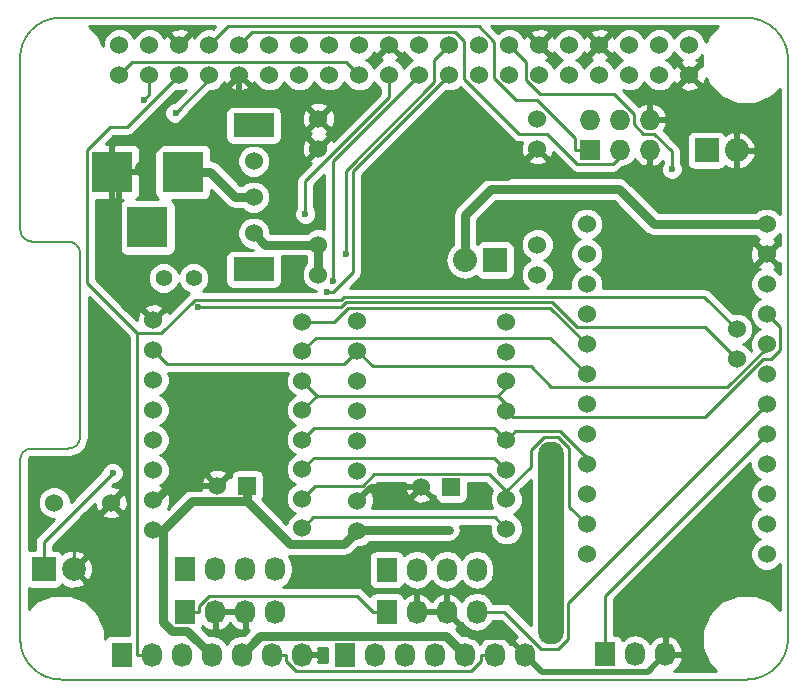
<source format=gtl>
G04 #@! TF.FileFunction,Copper,L1,Top,Signal*
%FSLAX46Y46*%
G04 Gerber Fmt 4.6, Leading zero omitted, Abs format (unit mm)*
G04 Created by KiCad (PCBNEW 4.0.2-stable) date 06/04/2016 21:32:28*
%MOMM*%
G01*
G04 APERTURE LIST*
%ADD10C,0.100000*%
%ADD11C,0.150000*%
%ADD12R,2.032000X2.032000*%
%ADD13O,2.032000X2.032000*%
%ADD14C,1.524000*%
%ADD15O,2.200000X17.200000*%
%ADD16R,3.500120X3.500120*%
%ADD17R,1.727200X2.032000*%
%ADD18O,1.727200X2.032000*%
%ADD19R,1.727200X1.727200*%
%ADD20O,1.727200X1.727200*%
%ADD21R,3.500000X2.000000*%
%ADD22R,1.524000X1.524000*%
%ADD23R,2.000000X2.000000*%
%ADD24C,2.000000*%
%ADD25C,1.397000*%
%ADD26C,0.600000*%
%ADD27C,0.500000*%
%ADD28C,0.250000*%
%ADD29C,0.750000*%
%ADD30C,0.254000*%
G04 APERTURE END LIST*
D10*
D11*
X81838800Y-79552800D02*
X81838800Y-63906400D01*
X76758800Y-81483200D02*
X76758800Y-96621600D01*
X80822800Y-80467200D02*
X77673200Y-80467200D01*
X77774800Y-62941200D02*
X80772000Y-62941200D01*
X76758800Y-47548800D02*
X76758800Y-61925200D01*
X138277600Y-100025200D02*
X80264000Y-100025200D01*
X141782800Y-96520000D02*
X141782800Y-47548800D01*
X80162400Y-43992800D02*
X138125200Y-43992800D01*
X80010000Y-43992800D02*
X80162400Y-43992800D01*
X80010000Y-43992800D02*
G75*
G03X76758800Y-47548800I152400J-3403600D01*
G01*
X80822800Y-80467200D02*
G75*
G03X81838800Y-79552800I50800J965200D01*
G01*
X76758800Y-61925200D02*
G75*
G03X77774800Y-62941200I1016000J0D01*
G01*
X81838800Y-63906400D02*
G75*
G03X80772000Y-62941200I-1016000J-50800D01*
G01*
X77673200Y-80467200D02*
G75*
G03X76758800Y-81483200I50800J-965200D01*
G01*
X138277600Y-100025200D02*
G75*
G03X141782800Y-96520000I0J3505200D01*
G01*
X141782800Y-47447200D02*
X141782800Y-47548800D01*
X141782800Y-47447200D02*
G75*
G03X138125200Y-43992800I-3556000J-101600D01*
G01*
X76758800Y-96621600D02*
G75*
G03X80264000Y-100025200I3454400J50800D01*
G01*
D12*
X116951760Y-64510920D03*
D13*
X114411760Y-64510920D03*
D14*
X85154000Y-48831500D03*
X85154000Y-46291500D03*
X87694000Y-48831500D03*
X87694000Y-46291500D03*
X90234000Y-48831500D03*
X90234000Y-46291500D03*
X92774000Y-48831500D03*
X92774000Y-46291500D03*
X95314000Y-48831500D03*
X95314000Y-46291500D03*
X97854000Y-48831500D03*
X97854000Y-46291500D03*
X100394000Y-48831500D03*
X100394000Y-46291500D03*
X102934000Y-48831500D03*
X102934000Y-46291500D03*
X105474000Y-48831500D03*
X105474000Y-46291500D03*
X108014000Y-48831500D03*
X108014000Y-46291500D03*
X110554000Y-48831500D03*
X110554000Y-46291500D03*
X113094000Y-48831500D03*
X113094000Y-46291500D03*
X115634000Y-48831500D03*
X115634000Y-46291500D03*
X118174000Y-48831500D03*
X118174000Y-46291500D03*
X120714000Y-48831500D03*
X120714000Y-46291500D03*
X123254000Y-48831500D03*
X123254000Y-46291500D03*
X125794000Y-48831500D03*
X125794000Y-46291500D03*
X128334000Y-48831500D03*
X128334000Y-46291500D03*
X130874000Y-48831500D03*
X130874000Y-46291500D03*
X133414000Y-48831500D03*
X133414000Y-46291500D03*
D15*
X121730000Y-88455500D03*
D14*
X102006000Y-52527200D03*
X102006000Y-55067200D03*
X102006000Y-63195200D03*
X102006000Y-65735200D03*
X120548000Y-52527200D03*
X120548000Y-55067200D03*
X120548000Y-63195200D03*
X120548000Y-65735200D03*
D16*
X90528140Y-57048400D03*
X84528660Y-57048400D03*
X87528400Y-61747400D03*
D17*
X126289000Y-97891600D03*
D18*
X128829000Y-97891600D03*
X131369000Y-97891600D03*
D17*
X107798000Y-94284800D03*
D18*
X110338000Y-94284800D03*
X112878000Y-94284800D03*
X115418000Y-94284800D03*
D17*
X90728800Y-94284800D03*
D18*
X93268800Y-94284800D03*
X95808800Y-94284800D03*
X98348800Y-94284800D03*
D17*
X107798000Y-90728800D03*
D18*
X110338000Y-90728800D03*
X112878000Y-90728800D03*
X115418000Y-90728800D03*
D17*
X90728800Y-90678000D03*
D18*
X93268800Y-90678000D03*
X95808800Y-90678000D03*
X98348800Y-90678000D03*
D19*
X124968000Y-55168800D03*
D20*
X124968000Y-52628800D03*
X127508000Y-55168800D03*
X127508000Y-52628800D03*
X130048000Y-55168800D03*
X130048000Y-52628800D03*
D17*
X85344000Y-97917000D03*
D18*
X87884000Y-97917000D03*
X90424000Y-97917000D03*
X92964000Y-97917000D03*
X95504000Y-97917000D03*
X98044000Y-97917000D03*
X100584000Y-97917000D03*
D21*
X96520000Y-53086000D03*
D14*
X96520000Y-59182000D03*
X96520000Y-56134000D03*
X96520000Y-62230000D03*
D21*
X96520000Y-65278000D03*
D14*
X124714000Y-61468000D03*
X124714000Y-64008000D03*
X124714000Y-66548000D03*
X124714000Y-69088000D03*
X124714000Y-71628000D03*
X124714000Y-74168000D03*
X124714000Y-76708000D03*
X124714000Y-79248000D03*
X124714000Y-81788000D03*
X124714000Y-84328000D03*
X124714000Y-86868000D03*
X124714000Y-89408000D03*
X139954000Y-89408000D03*
X139954000Y-86868000D03*
X139954000Y-84328000D03*
X139954000Y-81788000D03*
X139954000Y-79248000D03*
X139954000Y-76708000D03*
X139954000Y-74168000D03*
X139954000Y-71628000D03*
X139954000Y-69088000D03*
X139954000Y-66548000D03*
X139954000Y-64008000D03*
X139954000Y-61468000D03*
X137414000Y-72898000D03*
X137414000Y-70358000D03*
X105308000Y-69646800D03*
X105308000Y-72186800D03*
X105308000Y-74726800D03*
X105308000Y-77266800D03*
X105308000Y-79806800D03*
X105308000Y-82346800D03*
X105308000Y-84886800D03*
X105308000Y-87426800D03*
X117928000Y-87266800D03*
X117928000Y-84766800D03*
X117928000Y-82266800D03*
X117928000Y-79766800D03*
X117928000Y-77266800D03*
X117928000Y-74766800D03*
X117928000Y-72266800D03*
X117928000Y-69766800D03*
X88036400Y-69596000D03*
X88036400Y-72136000D03*
X88036400Y-74676000D03*
X88036400Y-77216000D03*
X88036400Y-79756000D03*
X88036400Y-82296000D03*
X88036400Y-84836000D03*
X88036400Y-87376000D03*
X100656400Y-87216000D03*
X100656400Y-84716000D03*
X100656400Y-82216000D03*
X100656400Y-79716000D03*
X100656400Y-77216000D03*
X100656400Y-74716000D03*
X100656400Y-72216000D03*
X100656400Y-69716000D03*
X84455000Y-85039200D03*
X79629000Y-85039200D03*
D12*
X134874000Y-55214500D03*
D13*
X137414000Y-55214500D03*
D17*
X104262000Y-97922100D03*
D18*
X106802000Y-97922100D03*
X109342000Y-97922100D03*
X111882000Y-97922100D03*
X114422000Y-97922100D03*
X116962000Y-97922100D03*
X119502000Y-97922100D03*
D22*
X95991700Y-83611700D03*
D14*
X93451700Y-83611700D03*
D22*
X113254000Y-83713300D03*
D14*
X110714000Y-83713300D03*
D23*
X78740000Y-90678000D03*
D24*
X81280000Y-90678000D03*
D25*
X91440000Y-66040000D03*
X88900000Y-66040000D03*
D26*
X111750000Y-57576700D03*
X129398000Y-58369200D03*
X113058500Y-87348800D03*
X87241500Y-50928100D03*
X91796500Y-68517500D03*
X102735800Y-67240900D03*
X103273100Y-66255500D03*
X100912500Y-60620500D03*
X104315100Y-64007900D03*
X131938300Y-56807800D03*
X84582000Y-82550000D03*
X89916000Y-52070000D03*
D27*
X88036400Y-84836000D02*
X88392000Y-84836000D01*
X88392000Y-84836000D02*
X89616300Y-83611700D01*
X89616300Y-83611700D02*
X93451700Y-83611700D01*
D28*
X81280000Y-90678000D02*
X81280000Y-88214200D01*
X81280000Y-88214200D02*
X84455000Y-85039200D01*
D27*
X111755000Y-57576700D02*
X111750000Y-57576700D01*
X93268800Y-94284800D02*
X94582700Y-94284800D01*
X94582700Y-94284800D02*
X95808800Y-94284800D01*
X95314000Y-48831500D02*
X95314000Y-50798400D01*
X100277200Y-50798400D02*
X95314000Y-50798400D01*
X102006000Y-52527200D02*
X100277200Y-50798400D01*
X86729100Y-56635800D02*
X86729100Y-57048400D01*
X92566500Y-50798400D02*
X86729100Y-56635800D01*
X95314000Y-50798400D02*
X92566500Y-50798400D01*
X84528700Y-57048400D02*
X85103500Y-57048400D01*
X85103500Y-57048400D02*
X86729100Y-57048400D01*
X85103500Y-66663100D02*
X88036400Y-69596000D01*
X85103500Y-57048400D02*
X85103500Y-66663100D01*
X106481500Y-83713300D02*
X105308000Y-84886800D01*
X110714000Y-83713300D02*
X106481500Y-83713300D01*
X110338000Y-94284800D02*
X111651900Y-94284800D01*
X115048900Y-96455700D02*
X112878000Y-94284800D01*
X118035600Y-96455700D02*
X115048900Y-96455700D01*
X119502000Y-97922100D02*
X118035600Y-96455700D01*
X112878000Y-94284800D02*
X111651900Y-94284800D01*
X118038500Y-57576700D02*
X111755000Y-57576700D01*
X120548000Y-55067200D02*
X118038500Y-57576700D01*
X120937900Y-99358000D02*
X119502000Y-97922100D01*
X129902600Y-99358000D02*
X120937900Y-99358000D01*
X131369000Y-97891600D02*
X129902600Y-99358000D01*
X129398000Y-57132700D02*
X129398000Y-58369200D01*
X130048000Y-56482700D02*
X129398000Y-57132700D01*
X130048000Y-55168800D02*
X130048000Y-56482700D01*
D29*
X95991700Y-83611700D02*
X95966300Y-83611700D01*
X105333500Y-87401100D02*
X105308000Y-87426800D01*
X95991700Y-83611700D02*
X95991700Y-84711400D01*
X99606200Y-88563600D02*
X95991700Y-84949100D01*
X104171000Y-88563600D02*
X99606200Y-88563600D01*
X105333500Y-87401100D02*
X104171000Y-88563600D01*
X95991700Y-84711400D02*
X95991700Y-84949100D01*
X88875400Y-87376000D02*
X88036400Y-87376000D01*
X91302300Y-84949100D02*
X88875400Y-87376000D01*
X95991700Y-84949100D02*
X91302300Y-84949100D01*
X90923200Y-95876200D02*
X92964000Y-97917000D01*
X89627000Y-95876200D02*
X90923200Y-95876200D01*
X88875400Y-95124600D02*
X89627000Y-95876200D01*
X88875400Y-87376000D02*
X88875400Y-95124600D01*
X113238000Y-83713300D02*
X113233000Y-83718400D01*
X113254000Y-83713300D02*
X113238000Y-83713300D01*
X105359000Y-87375400D02*
X105333500Y-87401100D01*
X105385600Y-87348800D02*
X105359000Y-87375400D01*
X113058500Y-87348800D02*
X105385600Y-87348800D01*
X102006000Y-65735200D02*
X102006000Y-63195200D01*
X97485200Y-63195200D02*
X102006000Y-63195200D01*
X96520000Y-62230000D02*
X97485200Y-63195200D01*
D28*
X126289000Y-92913000D02*
X139954000Y-79248000D01*
X126289000Y-97891600D02*
X126289000Y-92913000D01*
X117759800Y-94284800D02*
X115418000Y-94284800D01*
X120880900Y-97405900D02*
X117759800Y-94284800D01*
X122331700Y-97405900D02*
X120880900Y-97405900D01*
X123155300Y-96582300D02*
X122331700Y-97405900D01*
X123155300Y-93506700D02*
X123155300Y-96582300D01*
X139954000Y-76708000D02*
X123155300Y-93506700D01*
X124968000Y-55168800D02*
X123779100Y-55168800D01*
X123779100Y-54202800D02*
X123779100Y-55168800D01*
X120509500Y-50933200D02*
X123779100Y-54202800D01*
X118735200Y-50933200D02*
X120509500Y-50933200D01*
X116904000Y-49102000D02*
X118735200Y-50933200D01*
X116904000Y-46020900D02*
X116904000Y-49102000D01*
X115590900Y-44707800D02*
X116904000Y-46020900D01*
X94357700Y-44707800D02*
X115590900Y-44707800D01*
X92774000Y-46291500D02*
X94357700Y-44707800D01*
X127508000Y-55262800D02*
X127508000Y-55356800D01*
X127508000Y-55262800D02*
X127508000Y-55356800D01*
X127508000Y-55215800D02*
X127508000Y-55262800D01*
X127508000Y-55215800D02*
X127508000Y-55262800D01*
X127508000Y-55192300D02*
X127508000Y-55215800D01*
X127508000Y-55192300D02*
X127508000Y-55215800D01*
X127508000Y-55180500D02*
X127508000Y-55192300D01*
X127508000Y-55180500D02*
X127508000Y-55192300D01*
X127508000Y-55174600D02*
X127508000Y-55180500D01*
X127508000Y-55174600D02*
X127508000Y-55180500D01*
X127508000Y-55171700D02*
X127508000Y-55174600D01*
X127508000Y-55171700D02*
X127508000Y-55174600D01*
X127508000Y-55170200D02*
X127508000Y-55171700D01*
X127508000Y-55170200D02*
X127508000Y-55171700D01*
X127508000Y-55169500D02*
X127508000Y-55170200D01*
X127508000Y-55169500D02*
X127508000Y-55170200D01*
X127508000Y-55169100D02*
X127508000Y-55169500D01*
X127508000Y-55169100D02*
X127508000Y-55169500D01*
X127508000Y-55168800D02*
X127508000Y-55168900D01*
X127508000Y-55168800D02*
X127508000Y-55168900D01*
X127508000Y-55168900D02*
X127508000Y-55169000D01*
X127508000Y-55169000D02*
X127508000Y-55169100D01*
X127508000Y-55168900D02*
X127508000Y-55169000D01*
X127508000Y-55169000D02*
X127508000Y-55169100D01*
X127508000Y-55356800D02*
X127508000Y-55783500D01*
X96420200Y-45185300D02*
X95314000Y-46291500D01*
X113605800Y-45185300D02*
X96420200Y-45185300D01*
X114364000Y-45943500D02*
X113605800Y-45185300D01*
X114364000Y-49147900D02*
X114364000Y-45943500D01*
X119013300Y-53797200D02*
X114364000Y-49147900D01*
X121384400Y-53797200D02*
X119013300Y-53797200D01*
X123945000Y-56357800D02*
X121384400Y-53797200D01*
X126933700Y-56357800D02*
X123945000Y-56357800D01*
X127508000Y-55783500D02*
X126933700Y-56357800D01*
X121629100Y-68543100D02*
X124714000Y-71628000D01*
X104515300Y-68543100D02*
X121629100Y-68543100D01*
X103342400Y-69716000D02*
X104515300Y-68543100D01*
X100656400Y-69716000D02*
X103342400Y-69716000D01*
X100656000Y-72216200D02*
X100656000Y-72216100D01*
X100656000Y-72216100D02*
X100656000Y-72216000D01*
X100656000Y-72216300D02*
X100656000Y-72216200D01*
X100656000Y-72216200D02*
X100656000Y-72216100D01*
X100656000Y-72216000D02*
X100656400Y-72216000D01*
X121637700Y-71091700D02*
X124714000Y-74168000D01*
X101780700Y-71091700D02*
X121637700Y-71091700D01*
X100656400Y-72216000D02*
X101780700Y-71091700D01*
X100656000Y-79715800D02*
X100656000Y-79715900D01*
X100656200Y-79715800D02*
X100656400Y-79716000D01*
X100656000Y-79715800D02*
X100656200Y-79715800D01*
X116866600Y-78705400D02*
X117928000Y-79766800D01*
X101667000Y-78705400D02*
X116866600Y-78705400D01*
X100656400Y-79716000D02*
X101667000Y-78705400D01*
X118165000Y-79530100D02*
X118046500Y-79648400D01*
X118046500Y-79648400D02*
X117928000Y-79766800D01*
X124714000Y-81788000D02*
X124714000Y-81260500D01*
X118693600Y-79001300D02*
X118046500Y-79648400D01*
X122454800Y-79001300D02*
X118693600Y-79001300D01*
X124714000Y-81260500D02*
X122454800Y-79001300D01*
X100656000Y-82215900D02*
X100656000Y-82216000D01*
X100656000Y-82215800D02*
X100656000Y-82215900D01*
X100656000Y-82215900D02*
X100656000Y-82216000D01*
X100656000Y-82215800D02*
X100656000Y-82215900D01*
X100656000Y-82215900D02*
X100656000Y-82216000D01*
X100656000Y-82215900D02*
X100656000Y-82216000D01*
X100656300Y-82215900D02*
X100656400Y-82216000D01*
X100656000Y-82215900D02*
X100656300Y-82215900D01*
X101634600Y-81237000D02*
X101154000Y-81717600D01*
X116898200Y-81237000D02*
X101634600Y-81237000D01*
X117928000Y-82266800D02*
X116898200Y-81237000D01*
X100656000Y-82216000D02*
X101154000Y-81717600D01*
X100656000Y-82215700D02*
X100656000Y-82215800D01*
X101154000Y-81717600D02*
X100656000Y-82215700D01*
X117928000Y-84097900D02*
X117928000Y-84766800D01*
X120011500Y-82014400D02*
X117928000Y-84097900D01*
X120011500Y-80605500D02*
X120011500Y-82014400D01*
X121109900Y-79507100D02*
X120011500Y-80605500D01*
X122323700Y-79507100D02*
X121109900Y-79507100D01*
X123261400Y-80444800D02*
X122323700Y-79507100D01*
X123261400Y-85415400D02*
X123261400Y-80444800D01*
X124714000Y-86868000D02*
X123261400Y-85415400D01*
X101755600Y-83616800D02*
X100656400Y-84716000D01*
X105764300Y-83616800D02*
X101755600Y-83616800D01*
X106758800Y-82622300D02*
X105764300Y-83616800D01*
X116452400Y-82622300D02*
X106758800Y-82622300D01*
X117928000Y-84097900D02*
X116452400Y-82622300D01*
X101586200Y-86286100D02*
X100681000Y-87191300D01*
X116947300Y-86286100D02*
X101586200Y-86286100D01*
X117928000Y-87266800D02*
X116947300Y-86286100D01*
X100681000Y-87191300D02*
X100656000Y-87215800D01*
X100656000Y-87215800D02*
X100656000Y-87215900D01*
X100656200Y-87215800D02*
X100656400Y-87216000D01*
X100656000Y-87215800D02*
X100656200Y-87215800D01*
X89207200Y-73306800D02*
X88036400Y-72136000D01*
X104188000Y-73306800D02*
X89207200Y-73306800D01*
X105308000Y-72186800D02*
X104188000Y-73306800D01*
X139954000Y-71628000D02*
X139954000Y-71306500D01*
X139954000Y-71943500D02*
X139954000Y-71628000D01*
X136627300Y-75270200D02*
X139954000Y-71943500D01*
X121729900Y-75270200D02*
X136627300Y-75270200D01*
X119976500Y-73516800D02*
X121729900Y-75270200D01*
X106638000Y-73516800D02*
X119976500Y-73516800D01*
X105308000Y-72186800D02*
X106638000Y-73516800D01*
X98044000Y-97712600D02*
X98044000Y-97917000D01*
X98125100Y-97631500D02*
X98044000Y-97712600D01*
X98125100Y-97891600D02*
X98125100Y-97631500D01*
X100656000Y-74777600D02*
X100656000Y-74746800D01*
X100656000Y-77215700D02*
X100656000Y-77215800D01*
X100656000Y-77215800D02*
X100656000Y-77216000D01*
X117928000Y-74766800D02*
X117928000Y-75270200D01*
X99232900Y-98437100D02*
X99232900Y-97917000D01*
X100091300Y-99295500D02*
X99232900Y-98437100D01*
X114919800Y-99295500D02*
X100091300Y-99295500D01*
X115773100Y-98442200D02*
X114919800Y-99295500D01*
X115773100Y-97922100D02*
X115773100Y-98442200D01*
X116962000Y-97922100D02*
X115773100Y-97922100D01*
X98044000Y-97917000D02*
X99232900Y-97917000D01*
X100656000Y-74716400D02*
X100656000Y-74746800D01*
X100656400Y-74716000D02*
X100656000Y-74716400D01*
X100656200Y-77215800D02*
X100656400Y-77216000D01*
X100656000Y-77215800D02*
X100656200Y-77215800D01*
X101875200Y-75997200D02*
X100656400Y-77216000D01*
X101875200Y-75996800D02*
X101875200Y-75997200D01*
X101875200Y-75996800D02*
X100656000Y-74777600D01*
X117928000Y-75270200D02*
X117201400Y-75996800D01*
X117201400Y-75996800D02*
X101875200Y-75996800D01*
X117928000Y-76723400D02*
X117928000Y-77266800D01*
X117201400Y-75996800D02*
X117928000Y-76723400D01*
X141057200Y-70191200D02*
X139954000Y-69088000D01*
X141057200Y-72135500D02*
X141057200Y-70191200D01*
X140294700Y-72898000D02*
X141057200Y-72135500D01*
X139636400Y-72898000D02*
X140294700Y-72898000D01*
X134738500Y-77795900D02*
X139636400Y-72898000D01*
X118457100Y-77795900D02*
X134738500Y-77795900D01*
X117928000Y-77266800D02*
X118457100Y-77795900D01*
X105256500Y-92932200D02*
X106609100Y-94284800D01*
X92750200Y-92932200D02*
X105256500Y-92932200D01*
X91917700Y-93764700D02*
X92750200Y-92932200D01*
X91917700Y-94284800D02*
X91917700Y-93764700D01*
X90728800Y-94284800D02*
X91917700Y-94284800D01*
X107798000Y-94284800D02*
X106609100Y-94284800D01*
D29*
X94987100Y-59182000D02*
X92853500Y-57048400D01*
X96520000Y-59182000D02*
X94987100Y-59182000D01*
X90528100Y-57048400D02*
X92853500Y-57048400D01*
D28*
X87241500Y-50928100D02*
X87694000Y-50475600D01*
X87694000Y-50475600D02*
X87694000Y-48954400D01*
X87694000Y-48954400D02*
X87694000Y-48831500D01*
X103904000Y-68517500D02*
X91796500Y-68517500D01*
X104328800Y-68092700D02*
X103904000Y-68517500D01*
X121815600Y-68092700D02*
X104328800Y-68092700D01*
X123921500Y-70198600D02*
X121815600Y-68092700D01*
X134714600Y-70198600D02*
X123921500Y-70198600D01*
X137414000Y-72898000D02*
X134714600Y-70198600D01*
X87884000Y-97917000D02*
X86695100Y-97917000D01*
X86695100Y-70706800D02*
X86695100Y-97917000D01*
X85805200Y-53260300D02*
X90234000Y-48831500D01*
X84338600Y-53260300D02*
X85805200Y-53260300D01*
X82412700Y-55186200D02*
X84338600Y-53260300D01*
X82412700Y-66424400D02*
X82412700Y-55186200D01*
X86695100Y-70706800D02*
X82412700Y-66424400D01*
X88722900Y-70706800D02*
X86695100Y-70706800D01*
X91537500Y-67892200D02*
X88722900Y-70706800D01*
X103892400Y-67892200D02*
X91537500Y-67892200D01*
X104142200Y-67642400D02*
X103892400Y-67892200D01*
X134698400Y-67642400D02*
X104142200Y-67642400D01*
X137414000Y-70358000D02*
X134698400Y-67642400D01*
D27*
X120686000Y-63057900D02*
X120548000Y-63195400D01*
D28*
X120823000Y-62920600D02*
X120686000Y-63057900D01*
X104940400Y-56985100D02*
X113094000Y-48831500D01*
X104940400Y-65540300D02*
X104940400Y-56985100D01*
X103239800Y-67240900D02*
X104940400Y-65540300D01*
X102735800Y-67240900D02*
X103239800Y-67240900D01*
X103273100Y-56112400D02*
X110554000Y-48831500D01*
X103273100Y-66255500D02*
X103273100Y-56112400D01*
X100912500Y-57836100D02*
X100912500Y-60620500D01*
X108014000Y-50734600D02*
X100912500Y-57836100D01*
X108014000Y-48831500D02*
X108014000Y-50734600D01*
X111824000Y-47561500D02*
X113094000Y-46291500D01*
X111824000Y-49464600D02*
X111824000Y-47561500D01*
X104315100Y-56973500D02*
X111824000Y-49464600D01*
X104315100Y-64007900D02*
X104315100Y-56973500D01*
X104363000Y-47720200D02*
X105474000Y-48831500D01*
X86265300Y-47720200D02*
X104363000Y-47720200D01*
X85154000Y-48831500D02*
X86265300Y-47720200D01*
X119626600Y-47744100D02*
X118174000Y-46291500D01*
X119626600Y-49304700D02*
X119626600Y-47744100D01*
X120804700Y-50482800D02*
X119626600Y-49304700D01*
X127069600Y-50482800D02*
X120804700Y-50482800D01*
X128731900Y-52145100D02*
X127069600Y-50482800D01*
X128731900Y-53016000D02*
X128731900Y-52145100D01*
X129533700Y-53817800D02*
X128731900Y-53016000D01*
X130443900Y-53817800D02*
X129533700Y-53817800D01*
X131938300Y-55312200D02*
X130443900Y-53817800D01*
X131938300Y-56807800D02*
X131938300Y-55312200D01*
D29*
X118325900Y-58512900D02*
X116615020Y-58512900D01*
X114411760Y-60716160D02*
X114411760Y-64510920D01*
X116615020Y-58512900D02*
X114411760Y-60716160D01*
X85153500Y-46291500D02*
X85154000Y-46291500D01*
D27*
X85153500Y-46291500D02*
X85153500Y-46596300D01*
X87693500Y-46291500D02*
X87694000Y-46291500D01*
X87694000Y-46291500D02*
X87896700Y-46291500D01*
D29*
X112825300Y-96325400D02*
X114422000Y-97922100D01*
X97095600Y-96325400D02*
X112825300Y-96325400D01*
X95504000Y-97917000D02*
X97095600Y-96325400D01*
X130418800Y-61468000D02*
X139954000Y-61468000D01*
X127463700Y-58512900D02*
X130418800Y-61468000D01*
X118325900Y-58512900D02*
X127463700Y-58512900D01*
D28*
X84582000Y-82550000D02*
X78740000Y-88392000D01*
X78740000Y-88392000D02*
X78740000Y-90678000D01*
X92774000Y-48831500D02*
X92774000Y-49212000D01*
X92774000Y-49212000D02*
X89916000Y-52070000D01*
D30*
G36*
X138556758Y-82064661D02*
X138768990Y-82578303D01*
X139161630Y-82971629D01*
X139369512Y-83057949D01*
X139163697Y-83142990D01*
X138770371Y-83535630D01*
X138557243Y-84048900D01*
X138556758Y-84604661D01*
X138768990Y-85118303D01*
X139161630Y-85511629D01*
X139369512Y-85597949D01*
X139163697Y-85682990D01*
X138770371Y-86075630D01*
X138557243Y-86588900D01*
X138556758Y-87144661D01*
X138768990Y-87658303D01*
X139161630Y-88051629D01*
X139369512Y-88137949D01*
X139163697Y-88222990D01*
X138770371Y-88615630D01*
X138557243Y-89128900D01*
X138556758Y-89684661D01*
X138768990Y-90198303D01*
X139161630Y-90591629D01*
X139674900Y-90804757D01*
X140230661Y-90805242D01*
X140744303Y-90593010D01*
X141072800Y-90265086D01*
X141072800Y-94134545D01*
X140358470Y-93418967D01*
X138986197Y-92849150D01*
X137500322Y-92847853D01*
X136127056Y-93415275D01*
X135075467Y-94465030D01*
X134505650Y-95837303D01*
X134504353Y-97323178D01*
X135071775Y-98696444D01*
X135689452Y-99315200D01*
X132119765Y-99315200D01*
X132271036Y-99242332D01*
X132660954Y-98805920D01*
X132854184Y-98253513D01*
X132709924Y-98018600D01*
X131496000Y-98018600D01*
X131496000Y-98038600D01*
X131242000Y-98038600D01*
X131242000Y-98018600D01*
X131222000Y-98018600D01*
X131222000Y-97764600D01*
X131242000Y-97764600D01*
X131242000Y-96405383D01*
X131496000Y-96405383D01*
X131496000Y-97764600D01*
X132709924Y-97764600D01*
X132854184Y-97529687D01*
X132660954Y-96977280D01*
X132271036Y-96540868D01*
X131743791Y-96286891D01*
X131728026Y-96284242D01*
X131496000Y-96405383D01*
X131242000Y-96405383D01*
X131009974Y-96284242D01*
X130994209Y-96286891D01*
X130466964Y-96540868D01*
X130095461Y-96956669D01*
X129888670Y-96647185D01*
X129402489Y-96322329D01*
X128829000Y-96208255D01*
X128255511Y-96322329D01*
X127769330Y-96647185D01*
X127759757Y-96661513D01*
X127755762Y-96640283D01*
X127616690Y-96424159D01*
X127404490Y-96279169D01*
X127152600Y-96228160D01*
X127049000Y-96228160D01*
X127049000Y-93227802D01*
X138557059Y-81719743D01*
X138556758Y-82064661D01*
X138556758Y-82064661D01*
G37*
X138556758Y-82064661D02*
X138768990Y-82578303D01*
X139161630Y-82971629D01*
X139369512Y-83057949D01*
X139163697Y-83142990D01*
X138770371Y-83535630D01*
X138557243Y-84048900D01*
X138556758Y-84604661D01*
X138768990Y-85118303D01*
X139161630Y-85511629D01*
X139369512Y-85597949D01*
X139163697Y-85682990D01*
X138770371Y-86075630D01*
X138557243Y-86588900D01*
X138556758Y-87144661D01*
X138768990Y-87658303D01*
X139161630Y-88051629D01*
X139369512Y-88137949D01*
X139163697Y-88222990D01*
X138770371Y-88615630D01*
X138557243Y-89128900D01*
X138556758Y-89684661D01*
X138768990Y-90198303D01*
X139161630Y-90591629D01*
X139674900Y-90804757D01*
X140230661Y-90805242D01*
X140744303Y-90593010D01*
X141072800Y-90265086D01*
X141072800Y-94134545D01*
X140358470Y-93418967D01*
X138986197Y-92849150D01*
X137500322Y-92847853D01*
X136127056Y-93415275D01*
X135075467Y-94465030D01*
X134505650Y-95837303D01*
X134504353Y-97323178D01*
X135071775Y-98696444D01*
X135689452Y-99315200D01*
X132119765Y-99315200D01*
X132271036Y-99242332D01*
X132660954Y-98805920D01*
X132854184Y-98253513D01*
X132709924Y-98018600D01*
X131496000Y-98018600D01*
X131496000Y-98038600D01*
X131242000Y-98038600D01*
X131242000Y-98018600D01*
X131222000Y-98018600D01*
X131222000Y-97764600D01*
X131242000Y-97764600D01*
X131242000Y-96405383D01*
X131496000Y-96405383D01*
X131496000Y-97764600D01*
X132709924Y-97764600D01*
X132854184Y-97529687D01*
X132660954Y-96977280D01*
X132271036Y-96540868D01*
X131743791Y-96286891D01*
X131728026Y-96284242D01*
X131496000Y-96405383D01*
X131242000Y-96405383D01*
X131009974Y-96284242D01*
X130994209Y-96286891D01*
X130466964Y-96540868D01*
X130095461Y-96956669D01*
X129888670Y-96647185D01*
X129402489Y-96322329D01*
X128829000Y-96208255D01*
X128255511Y-96322329D01*
X127769330Y-96647185D01*
X127759757Y-96661513D01*
X127755762Y-96640283D01*
X127616690Y-96424159D01*
X127404490Y-96279169D01*
X127152600Y-96228160D01*
X127049000Y-96228160D01*
X127049000Y-93227802D01*
X138557059Y-81719743D01*
X138556758Y-82064661D01*
G36*
X102750960Y-98535500D02*
X101979431Y-98535500D01*
X102069184Y-98278913D01*
X101924924Y-98044000D01*
X100711000Y-98044000D01*
X100711000Y-98064000D01*
X100457000Y-98064000D01*
X100457000Y-98044000D01*
X100437000Y-98044000D01*
X100437000Y-97790000D01*
X100457000Y-97790000D01*
X100457000Y-97770000D01*
X100711000Y-97770000D01*
X100711000Y-97790000D01*
X101924924Y-97790000D01*
X102069184Y-97555087D01*
X101992338Y-97335400D01*
X102750960Y-97335400D01*
X102750960Y-98535500D01*
X102750960Y-98535500D01*
G37*
X102750960Y-98535500D02*
X101979431Y-98535500D01*
X102069184Y-98278913D01*
X101924924Y-98044000D01*
X100711000Y-98044000D01*
X100711000Y-98064000D01*
X100457000Y-98064000D01*
X100457000Y-98044000D01*
X100437000Y-98044000D01*
X100437000Y-97790000D01*
X100457000Y-97790000D01*
X100457000Y-97770000D01*
X100711000Y-97770000D01*
X100711000Y-97790000D01*
X101924924Y-97790000D01*
X102069184Y-97555087D01*
X101992338Y-97335400D01*
X102750960Y-97335400D01*
X102750960Y-98535500D01*
G36*
X119629000Y-97795100D02*
X119649000Y-97795100D01*
X119649000Y-98049100D01*
X119629000Y-98049100D01*
X119629000Y-98069100D01*
X119375000Y-98069100D01*
X119375000Y-98049100D01*
X119355000Y-98049100D01*
X119355000Y-97795100D01*
X119375000Y-97795100D01*
X119375000Y-97775100D01*
X119629000Y-97775100D01*
X119629000Y-97795100D01*
X119629000Y-97795100D01*
G37*
X119629000Y-97795100D02*
X119649000Y-97795100D01*
X119649000Y-98049100D01*
X119629000Y-98049100D01*
X119629000Y-98069100D01*
X119375000Y-98069100D01*
X119375000Y-98049100D01*
X119355000Y-98049100D01*
X119355000Y-97795100D01*
X119375000Y-97795100D01*
X119375000Y-97775100D01*
X119629000Y-97775100D01*
X119629000Y-97795100D01*
G36*
X118850757Y-96450559D02*
X118599964Y-96571368D01*
X118228461Y-96987169D01*
X118021670Y-96677685D01*
X117535489Y-96352829D01*
X116962000Y-96238755D01*
X116388511Y-96352829D01*
X115902330Y-96677685D01*
X115692000Y-96992466D01*
X115481670Y-96677685D01*
X114995489Y-96352829D01*
X114422000Y-96238755D01*
X114209316Y-96281060D01*
X113634091Y-95705835D01*
X113780036Y-95635532D01*
X114151539Y-95219731D01*
X114358330Y-95529215D01*
X114844511Y-95854071D01*
X115418000Y-95968145D01*
X115991489Y-95854071D01*
X116477670Y-95529215D01*
X116801346Y-95044800D01*
X117444998Y-95044800D01*
X118850757Y-96450559D01*
X118850757Y-96450559D01*
G37*
X118850757Y-96450559D02*
X118599964Y-96571368D01*
X118228461Y-96987169D01*
X118021670Y-96677685D01*
X117535489Y-96352829D01*
X116962000Y-96238755D01*
X116388511Y-96352829D01*
X115902330Y-96677685D01*
X115692000Y-96992466D01*
X115481670Y-96677685D01*
X114995489Y-96352829D01*
X114422000Y-96238755D01*
X114209316Y-96281060D01*
X113634091Y-95705835D01*
X113780036Y-95635532D01*
X114151539Y-95219731D01*
X114358330Y-95529215D01*
X114844511Y-95854071D01*
X115418000Y-95968145D01*
X115991489Y-95854071D01*
X116477670Y-95529215D01*
X116801346Y-95044800D01*
X117444998Y-95044800D01*
X118850757Y-96450559D01*
G36*
X93395800Y-94157800D02*
X95681800Y-94157800D01*
X95681800Y-94137800D01*
X95935800Y-94137800D01*
X95935800Y-94157800D01*
X95955800Y-94157800D01*
X95955800Y-94411800D01*
X95935800Y-94411800D01*
X95935800Y-95771017D01*
X96123585Y-95869059D01*
X95716684Y-96275960D01*
X95504000Y-96233655D01*
X94930511Y-96347729D01*
X94444330Y-96672585D01*
X94234000Y-96987366D01*
X94023670Y-96672585D01*
X93537489Y-96347729D01*
X92964000Y-96233655D01*
X92751316Y-96275960D01*
X92123565Y-95648209D01*
X92188831Y-95552690D01*
X92208032Y-95457873D01*
X92366764Y-95635532D01*
X92894009Y-95889509D01*
X92909774Y-95892158D01*
X93141800Y-95771017D01*
X93141800Y-94411800D01*
X93395800Y-94411800D01*
X93395800Y-95771017D01*
X93627826Y-95892158D01*
X93643591Y-95889509D01*
X94170836Y-95635532D01*
X94538800Y-95223692D01*
X94906764Y-95635532D01*
X95434009Y-95889509D01*
X95449774Y-95892158D01*
X95681800Y-95771017D01*
X95681800Y-94411800D01*
X93395800Y-94411800D01*
X93141800Y-94411800D01*
X93121800Y-94411800D01*
X93121800Y-94157800D01*
X93141800Y-94157800D01*
X93141800Y-94137800D01*
X93395800Y-94137800D01*
X93395800Y-94157800D01*
X93395800Y-94157800D01*
G37*
X93395800Y-94157800D02*
X95681800Y-94157800D01*
X95681800Y-94137800D01*
X95935800Y-94137800D01*
X95935800Y-94157800D01*
X95955800Y-94157800D01*
X95955800Y-94411800D01*
X95935800Y-94411800D01*
X95935800Y-95771017D01*
X96123585Y-95869059D01*
X95716684Y-96275960D01*
X95504000Y-96233655D01*
X94930511Y-96347729D01*
X94444330Y-96672585D01*
X94234000Y-96987366D01*
X94023670Y-96672585D01*
X93537489Y-96347729D01*
X92964000Y-96233655D01*
X92751316Y-96275960D01*
X92123565Y-95648209D01*
X92188831Y-95552690D01*
X92208032Y-95457873D01*
X92366764Y-95635532D01*
X92894009Y-95889509D01*
X92909774Y-95892158D01*
X93141800Y-95771017D01*
X93141800Y-94411800D01*
X93395800Y-94411800D01*
X93395800Y-95771017D01*
X93627826Y-95892158D01*
X93643591Y-95889509D01*
X94170836Y-95635532D01*
X94538800Y-95223692D01*
X94906764Y-95635532D01*
X95434009Y-95889509D01*
X95449774Y-95892158D01*
X95681800Y-95771017D01*
X95681800Y-94411800D01*
X93395800Y-94411800D01*
X93141800Y-94411800D01*
X93121800Y-94411800D01*
X93121800Y-94157800D01*
X93141800Y-94157800D01*
X93141800Y-94137800D01*
X93395800Y-94137800D01*
X93395800Y-94157800D01*
G36*
X85935100Y-71021602D02*
X85935100Y-96253560D01*
X84480400Y-96253560D01*
X84245083Y-96297838D01*
X84028959Y-96436910D01*
X83936011Y-96572945D01*
X83936647Y-95843822D01*
X83369225Y-94470556D01*
X82319470Y-93418967D01*
X80947197Y-92849150D01*
X79461322Y-92847853D01*
X78088056Y-93415275D01*
X77468800Y-94033451D01*
X77468800Y-92261237D01*
X77488110Y-92274431D01*
X77740000Y-92325440D01*
X79740000Y-92325440D01*
X79975317Y-92281162D01*
X80191441Y-92142090D01*
X80336431Y-91929890D01*
X80339042Y-91916998D01*
X80405736Y-92097387D01*
X81015461Y-92323908D01*
X81665460Y-92299856D01*
X82154264Y-92097387D01*
X82252927Y-91830532D01*
X81280000Y-90857605D01*
X81265858Y-90871748D01*
X81086253Y-90692143D01*
X81100395Y-90678000D01*
X81459605Y-90678000D01*
X82432532Y-91650927D01*
X82699387Y-91552264D01*
X82925908Y-90942539D01*
X82901856Y-90292540D01*
X82699387Y-89803736D01*
X82432532Y-89705073D01*
X81459605Y-90678000D01*
X81100395Y-90678000D01*
X81086253Y-90663858D01*
X81265858Y-90484253D01*
X81280000Y-90498395D01*
X82252927Y-89525468D01*
X82154264Y-89258613D01*
X81544539Y-89032092D01*
X80894540Y-89056144D01*
X80405736Y-89258613D01*
X80339681Y-89437273D01*
X80204090Y-89226559D01*
X79991890Y-89081569D01*
X79740000Y-89030560D01*
X79500000Y-89030560D01*
X79500000Y-88706802D01*
X82187389Y-86019413D01*
X83654392Y-86019413D01*
X83723857Y-86261597D01*
X84247302Y-86448344D01*
X84802368Y-86420562D01*
X85186143Y-86261597D01*
X85255608Y-86019413D01*
X84455000Y-85218805D01*
X83654392Y-86019413D01*
X82187389Y-86019413D01*
X83061559Y-85145243D01*
X83073638Y-85386568D01*
X83232603Y-85770343D01*
X83474787Y-85839808D01*
X84275395Y-85039200D01*
X84634605Y-85039200D01*
X85435213Y-85839808D01*
X85677397Y-85770343D01*
X85864144Y-85246898D01*
X85836362Y-84691832D01*
X85677397Y-84308057D01*
X85435213Y-84238592D01*
X84634605Y-85039200D01*
X84275395Y-85039200D01*
X84261253Y-85025058D01*
X84440858Y-84845453D01*
X84455000Y-84859595D01*
X85255608Y-84058987D01*
X85186143Y-83816803D01*
X84662698Y-83630056D01*
X84572217Y-83634585D01*
X84721680Y-83485122D01*
X84767167Y-83485162D01*
X85110943Y-83343117D01*
X85374192Y-83080327D01*
X85516838Y-82736799D01*
X85517162Y-82364833D01*
X85375117Y-82021057D01*
X85112327Y-81757808D01*
X84768799Y-81615162D01*
X84396833Y-81614838D01*
X84053057Y-81756883D01*
X83789808Y-82019673D01*
X83647162Y-82363201D01*
X83647121Y-82410077D01*
X81026008Y-85031190D01*
X81026242Y-84762539D01*
X80814010Y-84248897D01*
X80421370Y-83855571D01*
X79908100Y-83642443D01*
X79352339Y-83641958D01*
X78838697Y-83854190D01*
X78445371Y-84246830D01*
X78232243Y-84760100D01*
X78231758Y-85315861D01*
X78443990Y-85829503D01*
X78836630Y-86222829D01*
X79349900Y-86435957D01*
X79621004Y-86436194D01*
X78202599Y-87854599D01*
X78037852Y-88101161D01*
X77980000Y-88392000D01*
X77980000Y-89030560D01*
X77740000Y-89030560D01*
X77504683Y-89074838D01*
X77468800Y-89097928D01*
X77468800Y-81534324D01*
X77495272Y-81351462D01*
X77543658Y-81270092D01*
X77619498Y-81213433D01*
X77762031Y-81177200D01*
X80822800Y-81177200D01*
X80873204Y-81167174D01*
X80924523Y-81169875D01*
X81297756Y-81115844D01*
X81523402Y-81035995D01*
X81558916Y-81023428D01*
X81883062Y-80830679D01*
X82029367Y-80699003D01*
X82088973Y-80645358D01*
X82314683Y-80343237D01*
X82364789Y-80238248D01*
X82434003Y-80093222D01*
X82526915Y-79727722D01*
X82531560Y-79639472D01*
X82548800Y-79552800D01*
X82548800Y-67635302D01*
X85935100Y-71021602D01*
X85935100Y-71021602D01*
G37*
X85935100Y-71021602D02*
X85935100Y-96253560D01*
X84480400Y-96253560D01*
X84245083Y-96297838D01*
X84028959Y-96436910D01*
X83936011Y-96572945D01*
X83936647Y-95843822D01*
X83369225Y-94470556D01*
X82319470Y-93418967D01*
X80947197Y-92849150D01*
X79461322Y-92847853D01*
X78088056Y-93415275D01*
X77468800Y-94033451D01*
X77468800Y-92261237D01*
X77488110Y-92274431D01*
X77740000Y-92325440D01*
X79740000Y-92325440D01*
X79975317Y-92281162D01*
X80191441Y-92142090D01*
X80336431Y-91929890D01*
X80339042Y-91916998D01*
X80405736Y-92097387D01*
X81015461Y-92323908D01*
X81665460Y-92299856D01*
X82154264Y-92097387D01*
X82252927Y-91830532D01*
X81280000Y-90857605D01*
X81265858Y-90871748D01*
X81086253Y-90692143D01*
X81100395Y-90678000D01*
X81459605Y-90678000D01*
X82432532Y-91650927D01*
X82699387Y-91552264D01*
X82925908Y-90942539D01*
X82901856Y-90292540D01*
X82699387Y-89803736D01*
X82432532Y-89705073D01*
X81459605Y-90678000D01*
X81100395Y-90678000D01*
X81086253Y-90663858D01*
X81265858Y-90484253D01*
X81280000Y-90498395D01*
X82252927Y-89525468D01*
X82154264Y-89258613D01*
X81544539Y-89032092D01*
X80894540Y-89056144D01*
X80405736Y-89258613D01*
X80339681Y-89437273D01*
X80204090Y-89226559D01*
X79991890Y-89081569D01*
X79740000Y-89030560D01*
X79500000Y-89030560D01*
X79500000Y-88706802D01*
X82187389Y-86019413D01*
X83654392Y-86019413D01*
X83723857Y-86261597D01*
X84247302Y-86448344D01*
X84802368Y-86420562D01*
X85186143Y-86261597D01*
X85255608Y-86019413D01*
X84455000Y-85218805D01*
X83654392Y-86019413D01*
X82187389Y-86019413D01*
X83061559Y-85145243D01*
X83073638Y-85386568D01*
X83232603Y-85770343D01*
X83474787Y-85839808D01*
X84275395Y-85039200D01*
X84634605Y-85039200D01*
X85435213Y-85839808D01*
X85677397Y-85770343D01*
X85864144Y-85246898D01*
X85836362Y-84691832D01*
X85677397Y-84308057D01*
X85435213Y-84238592D01*
X84634605Y-85039200D01*
X84275395Y-85039200D01*
X84261253Y-85025058D01*
X84440858Y-84845453D01*
X84455000Y-84859595D01*
X85255608Y-84058987D01*
X85186143Y-83816803D01*
X84662698Y-83630056D01*
X84572217Y-83634585D01*
X84721680Y-83485122D01*
X84767167Y-83485162D01*
X85110943Y-83343117D01*
X85374192Y-83080327D01*
X85516838Y-82736799D01*
X85517162Y-82364833D01*
X85375117Y-82021057D01*
X85112327Y-81757808D01*
X84768799Y-81615162D01*
X84396833Y-81614838D01*
X84053057Y-81756883D01*
X83789808Y-82019673D01*
X83647162Y-82363201D01*
X83647121Y-82410077D01*
X81026008Y-85031190D01*
X81026242Y-84762539D01*
X80814010Y-84248897D01*
X80421370Y-83855571D01*
X79908100Y-83642443D01*
X79352339Y-83641958D01*
X78838697Y-83854190D01*
X78445371Y-84246830D01*
X78232243Y-84760100D01*
X78231758Y-85315861D01*
X78443990Y-85829503D01*
X78836630Y-86222829D01*
X79349900Y-86435957D01*
X79621004Y-86436194D01*
X78202599Y-87854599D01*
X78037852Y-88101161D01*
X77980000Y-88392000D01*
X77980000Y-89030560D01*
X77740000Y-89030560D01*
X77504683Y-89074838D01*
X77468800Y-89097928D01*
X77468800Y-81534324D01*
X77495272Y-81351462D01*
X77543658Y-81270092D01*
X77619498Y-81213433D01*
X77762031Y-81177200D01*
X80822800Y-81177200D01*
X80873204Y-81167174D01*
X80924523Y-81169875D01*
X81297756Y-81115844D01*
X81523402Y-81035995D01*
X81558916Y-81023428D01*
X81883062Y-80830679D01*
X82029367Y-80699003D01*
X82088973Y-80645358D01*
X82314683Y-80343237D01*
X82364789Y-80238248D01*
X82434003Y-80093222D01*
X82526915Y-79727722D01*
X82531560Y-79639472D01*
X82548800Y-79552800D01*
X82548800Y-67635302D01*
X85935100Y-71021602D01*
G36*
X119995000Y-95445198D02*
X118297201Y-93747399D01*
X118050639Y-93582652D01*
X117759800Y-93524800D01*
X116801346Y-93524800D01*
X116477670Y-93040385D01*
X115991489Y-92715529D01*
X115418000Y-92601455D01*
X114844511Y-92715529D01*
X114358330Y-93040385D01*
X114151539Y-93349869D01*
X113780036Y-92934068D01*
X113252791Y-92680091D01*
X113237026Y-92677442D01*
X113005000Y-92798583D01*
X113005000Y-94157800D01*
X113025000Y-94157800D01*
X113025000Y-94411800D01*
X113005000Y-94411800D01*
X113005000Y-94431800D01*
X112751000Y-94431800D01*
X112751000Y-94411800D01*
X110465000Y-94411800D01*
X110465000Y-94431800D01*
X110211000Y-94431800D01*
X110211000Y-94411800D01*
X110191000Y-94411800D01*
X110191000Y-94157800D01*
X110211000Y-94157800D01*
X110211000Y-92798583D01*
X110465000Y-92798583D01*
X110465000Y-94157800D01*
X112751000Y-94157800D01*
X112751000Y-92798583D01*
X112518974Y-92677442D01*
X112503209Y-92680091D01*
X111975964Y-92934068D01*
X111608000Y-93345908D01*
X111240036Y-92934068D01*
X110712791Y-92680091D01*
X110697026Y-92677442D01*
X110465000Y-92798583D01*
X110211000Y-92798583D01*
X109978974Y-92677442D01*
X109963209Y-92680091D01*
X109435964Y-92934068D01*
X109279093Y-93109645D01*
X109264762Y-93033483D01*
X109125690Y-92817359D01*
X108913490Y-92672369D01*
X108661600Y-92621360D01*
X106934400Y-92621360D01*
X106699083Y-92665638D01*
X106482959Y-92804710D01*
X106369648Y-92970546D01*
X105793901Y-92394799D01*
X105547339Y-92230052D01*
X105256500Y-92172200D01*
X99034641Y-92172200D01*
X99408470Y-91922415D01*
X99733326Y-91436234D01*
X99847400Y-90862745D01*
X99847400Y-90493255D01*
X99733326Y-89919766D01*
X99595036Y-89712800D01*
X106286960Y-89712800D01*
X106286960Y-91744800D01*
X106331238Y-91980117D01*
X106470310Y-92196241D01*
X106682510Y-92341231D01*
X106934400Y-92392240D01*
X108661600Y-92392240D01*
X108896917Y-92347962D01*
X109113041Y-92208890D01*
X109258031Y-91996690D01*
X109266400Y-91955361D01*
X109278330Y-91973215D01*
X109764511Y-92298071D01*
X110338000Y-92412145D01*
X110911489Y-92298071D01*
X111397670Y-91973215D01*
X111608000Y-91658434D01*
X111818330Y-91973215D01*
X112304511Y-92298071D01*
X112878000Y-92412145D01*
X113451489Y-92298071D01*
X113937670Y-91973215D01*
X114148000Y-91658434D01*
X114358330Y-91973215D01*
X114844511Y-92298071D01*
X115418000Y-92412145D01*
X115991489Y-92298071D01*
X116477670Y-91973215D01*
X116802526Y-91487034D01*
X116916600Y-90913545D01*
X116916600Y-90544055D01*
X116802526Y-89970566D01*
X116477670Y-89484385D01*
X115991489Y-89159529D01*
X115418000Y-89045455D01*
X114844511Y-89159529D01*
X114358330Y-89484385D01*
X114148000Y-89799166D01*
X113937670Y-89484385D01*
X113451489Y-89159529D01*
X112878000Y-89045455D01*
X112304511Y-89159529D01*
X111818330Y-89484385D01*
X111608000Y-89799166D01*
X111397670Y-89484385D01*
X110911489Y-89159529D01*
X110338000Y-89045455D01*
X109764511Y-89159529D01*
X109278330Y-89484385D01*
X109268757Y-89498713D01*
X109264762Y-89477483D01*
X109125690Y-89261359D01*
X108913490Y-89116369D01*
X108661600Y-89065360D01*
X106934400Y-89065360D01*
X106699083Y-89109638D01*
X106482959Y-89248710D01*
X106337969Y-89460910D01*
X106286960Y-89712800D01*
X99595036Y-89712800D01*
X99486057Y-89549702D01*
X99606200Y-89573600D01*
X104171000Y-89573600D01*
X104557510Y-89496718D01*
X104885178Y-89277778D01*
X105339128Y-88823828D01*
X105584661Y-88824042D01*
X106098303Y-88611810D01*
X106351755Y-88358800D01*
X113058500Y-88358800D01*
X113445010Y-88281918D01*
X113772678Y-88062978D01*
X113991618Y-87735310D01*
X114068500Y-87348800D01*
X114008289Y-87046100D01*
X116531192Y-87046100D01*
X116530758Y-87543461D01*
X116742990Y-88057103D01*
X117135630Y-88450429D01*
X117648900Y-88663557D01*
X118204661Y-88664042D01*
X118718303Y-88451810D01*
X119111629Y-88059170D01*
X119324757Y-87545900D01*
X119325242Y-86990139D01*
X119113010Y-86476497D01*
X118720370Y-86083171D01*
X118560772Y-86016900D01*
X118718303Y-85951810D01*
X119111629Y-85559170D01*
X119324757Y-85045900D01*
X119325242Y-84490139D01*
X119116283Y-83984419D01*
X119995000Y-83105702D01*
X119995000Y-95445198D01*
X119995000Y-95445198D01*
G37*
X119995000Y-95445198D02*
X118297201Y-93747399D01*
X118050639Y-93582652D01*
X117759800Y-93524800D01*
X116801346Y-93524800D01*
X116477670Y-93040385D01*
X115991489Y-92715529D01*
X115418000Y-92601455D01*
X114844511Y-92715529D01*
X114358330Y-93040385D01*
X114151539Y-93349869D01*
X113780036Y-92934068D01*
X113252791Y-92680091D01*
X113237026Y-92677442D01*
X113005000Y-92798583D01*
X113005000Y-94157800D01*
X113025000Y-94157800D01*
X113025000Y-94411800D01*
X113005000Y-94411800D01*
X113005000Y-94431800D01*
X112751000Y-94431800D01*
X112751000Y-94411800D01*
X110465000Y-94411800D01*
X110465000Y-94431800D01*
X110211000Y-94431800D01*
X110211000Y-94411800D01*
X110191000Y-94411800D01*
X110191000Y-94157800D01*
X110211000Y-94157800D01*
X110211000Y-92798583D01*
X110465000Y-92798583D01*
X110465000Y-94157800D01*
X112751000Y-94157800D01*
X112751000Y-92798583D01*
X112518974Y-92677442D01*
X112503209Y-92680091D01*
X111975964Y-92934068D01*
X111608000Y-93345908D01*
X111240036Y-92934068D01*
X110712791Y-92680091D01*
X110697026Y-92677442D01*
X110465000Y-92798583D01*
X110211000Y-92798583D01*
X109978974Y-92677442D01*
X109963209Y-92680091D01*
X109435964Y-92934068D01*
X109279093Y-93109645D01*
X109264762Y-93033483D01*
X109125690Y-92817359D01*
X108913490Y-92672369D01*
X108661600Y-92621360D01*
X106934400Y-92621360D01*
X106699083Y-92665638D01*
X106482959Y-92804710D01*
X106369648Y-92970546D01*
X105793901Y-92394799D01*
X105547339Y-92230052D01*
X105256500Y-92172200D01*
X99034641Y-92172200D01*
X99408470Y-91922415D01*
X99733326Y-91436234D01*
X99847400Y-90862745D01*
X99847400Y-90493255D01*
X99733326Y-89919766D01*
X99595036Y-89712800D01*
X106286960Y-89712800D01*
X106286960Y-91744800D01*
X106331238Y-91980117D01*
X106470310Y-92196241D01*
X106682510Y-92341231D01*
X106934400Y-92392240D01*
X108661600Y-92392240D01*
X108896917Y-92347962D01*
X109113041Y-92208890D01*
X109258031Y-91996690D01*
X109266400Y-91955361D01*
X109278330Y-91973215D01*
X109764511Y-92298071D01*
X110338000Y-92412145D01*
X110911489Y-92298071D01*
X111397670Y-91973215D01*
X111608000Y-91658434D01*
X111818330Y-91973215D01*
X112304511Y-92298071D01*
X112878000Y-92412145D01*
X113451489Y-92298071D01*
X113937670Y-91973215D01*
X114148000Y-91658434D01*
X114358330Y-91973215D01*
X114844511Y-92298071D01*
X115418000Y-92412145D01*
X115991489Y-92298071D01*
X116477670Y-91973215D01*
X116802526Y-91487034D01*
X116916600Y-90913545D01*
X116916600Y-90544055D01*
X116802526Y-89970566D01*
X116477670Y-89484385D01*
X115991489Y-89159529D01*
X115418000Y-89045455D01*
X114844511Y-89159529D01*
X114358330Y-89484385D01*
X114148000Y-89799166D01*
X113937670Y-89484385D01*
X113451489Y-89159529D01*
X112878000Y-89045455D01*
X112304511Y-89159529D01*
X111818330Y-89484385D01*
X111608000Y-89799166D01*
X111397670Y-89484385D01*
X110911489Y-89159529D01*
X110338000Y-89045455D01*
X109764511Y-89159529D01*
X109278330Y-89484385D01*
X109268757Y-89498713D01*
X109264762Y-89477483D01*
X109125690Y-89261359D01*
X108913490Y-89116369D01*
X108661600Y-89065360D01*
X106934400Y-89065360D01*
X106699083Y-89109638D01*
X106482959Y-89248710D01*
X106337969Y-89460910D01*
X106286960Y-89712800D01*
X99595036Y-89712800D01*
X99486057Y-89549702D01*
X99606200Y-89573600D01*
X104171000Y-89573600D01*
X104557510Y-89496718D01*
X104885178Y-89277778D01*
X105339128Y-88823828D01*
X105584661Y-88824042D01*
X106098303Y-88611810D01*
X106351755Y-88358800D01*
X113058500Y-88358800D01*
X113445010Y-88281918D01*
X113772678Y-88062978D01*
X113991618Y-87735310D01*
X114068500Y-87348800D01*
X114008289Y-87046100D01*
X116531192Y-87046100D01*
X116530758Y-87543461D01*
X116742990Y-88057103D01*
X117135630Y-88450429D01*
X117648900Y-88663557D01*
X118204661Y-88664042D01*
X118718303Y-88451810D01*
X119111629Y-88059170D01*
X119324757Y-87545900D01*
X119325242Y-86990139D01*
X119113010Y-86476497D01*
X118720370Y-86083171D01*
X118560772Y-86016900D01*
X118718303Y-85951810D01*
X119111629Y-85559170D01*
X119324757Y-85045900D01*
X119325242Y-84490139D01*
X119116283Y-83984419D01*
X119995000Y-83105702D01*
X119995000Y-95445198D01*
G36*
X99259643Y-74436900D02*
X99259158Y-74992661D01*
X99471390Y-75506303D01*
X99864030Y-75899629D01*
X100023628Y-75965900D01*
X99866097Y-76030990D01*
X99472771Y-76423630D01*
X99259643Y-76936900D01*
X99259158Y-77492661D01*
X99471390Y-78006303D01*
X99864030Y-78399629D01*
X100023628Y-78465900D01*
X99866097Y-78530990D01*
X99472771Y-78923630D01*
X99259643Y-79436900D01*
X99259158Y-79992661D01*
X99471390Y-80506303D01*
X99864030Y-80899629D01*
X100023628Y-80965900D01*
X99866097Y-81030990D01*
X99472771Y-81423630D01*
X99259643Y-81936900D01*
X99259158Y-82492661D01*
X99471390Y-83006303D01*
X99864030Y-83399629D01*
X100023628Y-83465900D01*
X99866097Y-83530990D01*
X99472771Y-83923630D01*
X99259643Y-84436900D01*
X99259158Y-84992661D01*
X99471390Y-85506303D01*
X99864030Y-85899629D01*
X100023628Y-85965900D01*
X99866097Y-86030990D01*
X99472771Y-86423630D01*
X99303129Y-86832173D01*
X97247196Y-84776240D01*
X97350131Y-84625590D01*
X97401140Y-84373700D01*
X97401140Y-82849700D01*
X97356862Y-82614383D01*
X97217790Y-82398259D01*
X97005590Y-82253269D01*
X96753700Y-82202260D01*
X95229700Y-82202260D01*
X94994383Y-82246538D01*
X94778259Y-82385610D01*
X94633269Y-82597810D01*
X94582260Y-82849700D01*
X94582260Y-82854216D01*
X94431913Y-82811092D01*
X93631305Y-83611700D01*
X93645448Y-83625843D01*
X93465843Y-83805448D01*
X93451700Y-83791305D01*
X93437558Y-83805448D01*
X93257953Y-83625843D01*
X93272095Y-83611700D01*
X92471487Y-82811092D01*
X92229303Y-82880557D01*
X92042556Y-83404002D01*
X92069339Y-83939100D01*
X91302300Y-83939100D01*
X90915790Y-84015982D01*
X90588122Y-84234922D01*
X89260403Y-85562641D01*
X89445544Y-85043698D01*
X89417762Y-84488632D01*
X89258797Y-84104857D01*
X89016613Y-84035392D01*
X88216005Y-84836000D01*
X88230148Y-84850143D01*
X88050543Y-85029748D01*
X88036400Y-85015605D01*
X88022258Y-85029748D01*
X87842653Y-84850143D01*
X87856795Y-84836000D01*
X87842653Y-84821858D01*
X88022258Y-84642253D01*
X88036400Y-84656395D01*
X88837008Y-83855787D01*
X88767543Y-83613603D01*
X88627082Y-83563491D01*
X88826703Y-83481010D01*
X89220029Y-83088370D01*
X89409743Y-82631487D01*
X92651092Y-82631487D01*
X93451700Y-83432095D01*
X94252308Y-82631487D01*
X94182843Y-82389303D01*
X93659398Y-82202556D01*
X93104332Y-82230338D01*
X92720557Y-82389303D01*
X92651092Y-82631487D01*
X89409743Y-82631487D01*
X89433157Y-82575100D01*
X89433642Y-82019339D01*
X89221410Y-81505697D01*
X88828770Y-81112371D01*
X88620888Y-81026051D01*
X88826703Y-80941010D01*
X89220029Y-80548370D01*
X89433157Y-80035100D01*
X89433642Y-79479339D01*
X89221410Y-78965697D01*
X88828770Y-78572371D01*
X88620888Y-78486051D01*
X88826703Y-78401010D01*
X89220029Y-78008370D01*
X89433157Y-77495100D01*
X89433642Y-76939339D01*
X89221410Y-76425697D01*
X88828770Y-76032371D01*
X88620888Y-75946051D01*
X88826703Y-75861010D01*
X89220029Y-75468370D01*
X89433157Y-74955100D01*
X89433642Y-74399339D01*
X89296240Y-74066800D01*
X99413322Y-74066800D01*
X99259643Y-74436900D01*
X99259643Y-74436900D01*
G37*
X99259643Y-74436900D02*
X99259158Y-74992661D01*
X99471390Y-75506303D01*
X99864030Y-75899629D01*
X100023628Y-75965900D01*
X99866097Y-76030990D01*
X99472771Y-76423630D01*
X99259643Y-76936900D01*
X99259158Y-77492661D01*
X99471390Y-78006303D01*
X99864030Y-78399629D01*
X100023628Y-78465900D01*
X99866097Y-78530990D01*
X99472771Y-78923630D01*
X99259643Y-79436900D01*
X99259158Y-79992661D01*
X99471390Y-80506303D01*
X99864030Y-80899629D01*
X100023628Y-80965900D01*
X99866097Y-81030990D01*
X99472771Y-81423630D01*
X99259643Y-81936900D01*
X99259158Y-82492661D01*
X99471390Y-83006303D01*
X99864030Y-83399629D01*
X100023628Y-83465900D01*
X99866097Y-83530990D01*
X99472771Y-83923630D01*
X99259643Y-84436900D01*
X99259158Y-84992661D01*
X99471390Y-85506303D01*
X99864030Y-85899629D01*
X100023628Y-85965900D01*
X99866097Y-86030990D01*
X99472771Y-86423630D01*
X99303129Y-86832173D01*
X97247196Y-84776240D01*
X97350131Y-84625590D01*
X97401140Y-84373700D01*
X97401140Y-82849700D01*
X97356862Y-82614383D01*
X97217790Y-82398259D01*
X97005590Y-82253269D01*
X96753700Y-82202260D01*
X95229700Y-82202260D01*
X94994383Y-82246538D01*
X94778259Y-82385610D01*
X94633269Y-82597810D01*
X94582260Y-82849700D01*
X94582260Y-82854216D01*
X94431913Y-82811092D01*
X93631305Y-83611700D01*
X93645448Y-83625843D01*
X93465843Y-83805448D01*
X93451700Y-83791305D01*
X93437558Y-83805448D01*
X93257953Y-83625843D01*
X93272095Y-83611700D01*
X92471487Y-82811092D01*
X92229303Y-82880557D01*
X92042556Y-83404002D01*
X92069339Y-83939100D01*
X91302300Y-83939100D01*
X90915790Y-84015982D01*
X90588122Y-84234922D01*
X89260403Y-85562641D01*
X89445544Y-85043698D01*
X89417762Y-84488632D01*
X89258797Y-84104857D01*
X89016613Y-84035392D01*
X88216005Y-84836000D01*
X88230148Y-84850143D01*
X88050543Y-85029748D01*
X88036400Y-85015605D01*
X88022258Y-85029748D01*
X87842653Y-84850143D01*
X87856795Y-84836000D01*
X87842653Y-84821858D01*
X88022258Y-84642253D01*
X88036400Y-84656395D01*
X88837008Y-83855787D01*
X88767543Y-83613603D01*
X88627082Y-83563491D01*
X88826703Y-83481010D01*
X89220029Y-83088370D01*
X89409743Y-82631487D01*
X92651092Y-82631487D01*
X93451700Y-83432095D01*
X94252308Y-82631487D01*
X94182843Y-82389303D01*
X93659398Y-82202556D01*
X93104332Y-82230338D01*
X92720557Y-82389303D01*
X92651092Y-82631487D01*
X89409743Y-82631487D01*
X89433157Y-82575100D01*
X89433642Y-82019339D01*
X89221410Y-81505697D01*
X88828770Y-81112371D01*
X88620888Y-81026051D01*
X88826703Y-80941010D01*
X89220029Y-80548370D01*
X89433157Y-80035100D01*
X89433642Y-79479339D01*
X89221410Y-78965697D01*
X88828770Y-78572371D01*
X88620888Y-78486051D01*
X88826703Y-78401010D01*
X89220029Y-78008370D01*
X89433157Y-77495100D01*
X89433642Y-76939339D01*
X89221410Y-76425697D01*
X88828770Y-76032371D01*
X88620888Y-75946051D01*
X88826703Y-75861010D01*
X89220029Y-75468370D01*
X89433157Y-74955100D01*
X89433642Y-74399339D01*
X89296240Y-74066800D01*
X99413322Y-74066800D01*
X99259643Y-74436900D01*
G36*
X109304856Y-83505602D02*
X109332638Y-84060668D01*
X109491603Y-84444443D01*
X109733787Y-84513908D01*
X110534395Y-83713300D01*
X110520253Y-83699158D01*
X110699858Y-83519553D01*
X110714000Y-83533695D01*
X110728143Y-83519553D01*
X110907748Y-83699158D01*
X110893605Y-83713300D01*
X111694213Y-84513908D01*
X111844560Y-84470784D01*
X111844560Y-84475300D01*
X111888838Y-84710617D01*
X112027910Y-84926741D01*
X112240110Y-85071731D01*
X112492000Y-85122740D01*
X114016000Y-85122740D01*
X114251317Y-85078462D01*
X114467441Y-84939390D01*
X114612431Y-84727190D01*
X114663440Y-84475300D01*
X114663440Y-83382300D01*
X116137598Y-83382300D01*
X116740075Y-83984777D01*
X116531243Y-84487700D01*
X116530758Y-85043461D01*
X116730180Y-85526100D01*
X106563163Y-85526100D01*
X106717144Y-85094498D01*
X106697075Y-84693513D01*
X109913392Y-84693513D01*
X109982857Y-84935697D01*
X110506302Y-85122444D01*
X111061368Y-85094662D01*
X111445143Y-84935697D01*
X111514608Y-84693513D01*
X110714000Y-83892905D01*
X109913392Y-84693513D01*
X106697075Y-84693513D01*
X106689362Y-84539432D01*
X106530397Y-84155657D01*
X106351545Y-84104357D01*
X107073602Y-83382300D01*
X109348846Y-83382300D01*
X109304856Y-83505602D01*
X109304856Y-83505602D01*
G37*
X109304856Y-83505602D02*
X109332638Y-84060668D01*
X109491603Y-84444443D01*
X109733787Y-84513908D01*
X110534395Y-83713300D01*
X110520253Y-83699158D01*
X110699858Y-83519553D01*
X110714000Y-83533695D01*
X110728143Y-83519553D01*
X110907748Y-83699158D01*
X110893605Y-83713300D01*
X111694213Y-84513908D01*
X111844560Y-84470784D01*
X111844560Y-84475300D01*
X111888838Y-84710617D01*
X112027910Y-84926741D01*
X112240110Y-85071731D01*
X112492000Y-85122740D01*
X114016000Y-85122740D01*
X114251317Y-85078462D01*
X114467441Y-84939390D01*
X114612431Y-84727190D01*
X114663440Y-84475300D01*
X114663440Y-83382300D01*
X116137598Y-83382300D01*
X116740075Y-83984777D01*
X116531243Y-84487700D01*
X116530758Y-85043461D01*
X116730180Y-85526100D01*
X106563163Y-85526100D01*
X106717144Y-85094498D01*
X106697075Y-84693513D01*
X109913392Y-84693513D01*
X109982857Y-84935697D01*
X110506302Y-85122444D01*
X111061368Y-85094662D01*
X111445143Y-84935697D01*
X111514608Y-84693513D01*
X110714000Y-83892905D01*
X109913392Y-84693513D01*
X106697075Y-84693513D01*
X106689362Y-84539432D01*
X106530397Y-84155657D01*
X106351545Y-84104357D01*
X107073602Y-83382300D01*
X109348846Y-83382300D01*
X109304856Y-83505602D01*
G36*
X105501748Y-84872658D02*
X105487605Y-84886800D01*
X105501748Y-84900943D01*
X105322143Y-85080548D01*
X105308000Y-85066405D01*
X105293858Y-85080548D01*
X105114253Y-84900943D01*
X105128395Y-84886800D01*
X105114253Y-84872658D01*
X105293858Y-84693053D01*
X105308000Y-84707195D01*
X105322143Y-84693053D01*
X105501748Y-84872658D01*
X105501748Y-84872658D01*
G37*
X105501748Y-84872658D02*
X105487605Y-84886800D01*
X105501748Y-84900943D01*
X105322143Y-85080548D01*
X105308000Y-85066405D01*
X105293858Y-85080548D01*
X105114253Y-84900943D01*
X105128395Y-84886800D01*
X105114253Y-84872658D01*
X105293858Y-84693053D01*
X105308000Y-84707195D01*
X105322143Y-84693053D01*
X105501748Y-84872658D01*
G36*
X132228990Y-47081803D02*
X132621630Y-47475129D01*
X132813727Y-47554895D01*
X132682857Y-47609103D01*
X132613392Y-47851287D01*
X133414000Y-48651895D01*
X134214608Y-47851287D01*
X134145143Y-47609103D01*
X134004682Y-47558991D01*
X134204303Y-47476510D01*
X134505335Y-47176003D01*
X134504561Y-48062543D01*
X134394213Y-48030892D01*
X133593605Y-48831500D01*
X134394213Y-49632108D01*
X134636397Y-49562643D01*
X134816728Y-49057183D01*
X135071775Y-49674444D01*
X136121530Y-50726033D01*
X137493803Y-51295850D01*
X138979678Y-51297147D01*
X140352944Y-50729725D01*
X141072800Y-50011124D01*
X141072800Y-60611371D01*
X140746370Y-60284371D01*
X140233100Y-60071243D01*
X139677339Y-60070758D01*
X139163697Y-60282990D01*
X138988381Y-60458000D01*
X130837155Y-60458000D01*
X128177878Y-57798722D01*
X127850210Y-57579782D01*
X127463700Y-57502900D01*
X116615020Y-57502900D01*
X116228510Y-57579782D01*
X115900842Y-57798722D01*
X113697582Y-60001982D01*
X113478642Y-60329650D01*
X113401760Y-60716160D01*
X113401760Y-63205949D01*
X113244327Y-63311142D01*
X112886435Y-63846765D01*
X112760760Y-64478575D01*
X112760760Y-64543265D01*
X112886435Y-65175075D01*
X113244327Y-65710698D01*
X113779950Y-66068590D01*
X114411760Y-66194265D01*
X115043570Y-66068590D01*
X115383552Y-65841421D01*
X115471670Y-65978361D01*
X115683870Y-66123351D01*
X115935760Y-66174360D01*
X117967760Y-66174360D01*
X118203077Y-66130082D01*
X118419201Y-65991010D01*
X118564191Y-65778810D01*
X118615200Y-65526920D01*
X118615200Y-63494920D01*
X118570922Y-63259603D01*
X118431850Y-63043479D01*
X118219650Y-62898489D01*
X117967760Y-62847480D01*
X115935760Y-62847480D01*
X115700443Y-62891758D01*
X115484319Y-63030830D01*
X115421760Y-63122388D01*
X115421760Y-61134516D01*
X117033376Y-59522900D01*
X127045344Y-59522900D01*
X129704620Y-62182175D01*
X129704622Y-62182178D01*
X129896709Y-62310526D01*
X130032289Y-62401118D01*
X130418800Y-62478000D01*
X138988304Y-62478000D01*
X139161630Y-62651629D01*
X139353727Y-62731395D01*
X139222857Y-62785603D01*
X139153392Y-63027787D01*
X139954000Y-63828395D01*
X140754608Y-63027787D01*
X140685143Y-62785603D01*
X140544682Y-62735491D01*
X140744303Y-62653010D01*
X141072800Y-62325086D01*
X141072800Y-63247143D01*
X140934213Y-63207392D01*
X140133605Y-64008000D01*
X140934213Y-64808608D01*
X141072800Y-64768857D01*
X141072800Y-65691371D01*
X140746370Y-65364371D01*
X140554273Y-65284605D01*
X140685143Y-65230397D01*
X140754608Y-64988213D01*
X139954000Y-64187605D01*
X139153392Y-64988213D01*
X139222857Y-65230397D01*
X139363318Y-65280509D01*
X139163697Y-65362990D01*
X138770371Y-65755630D01*
X138557243Y-66268900D01*
X138556758Y-66824661D01*
X138768990Y-67338303D01*
X139161630Y-67731629D01*
X139369512Y-67817949D01*
X139163697Y-67902990D01*
X138770371Y-68295630D01*
X138557243Y-68808900D01*
X138556758Y-69364661D01*
X138768990Y-69878303D01*
X139161630Y-70271629D01*
X139369512Y-70357949D01*
X139163697Y-70442990D01*
X138770371Y-70835630D01*
X138557243Y-71348900D01*
X138556758Y-71904661D01*
X138662389Y-72160309D01*
X138632924Y-72189774D01*
X138599010Y-72107697D01*
X138206370Y-71714371D01*
X137998488Y-71628051D01*
X138204303Y-71543010D01*
X138597629Y-71150370D01*
X138810757Y-70637100D01*
X138811242Y-70081339D01*
X138599010Y-69567697D01*
X138206370Y-69174371D01*
X137693100Y-68961243D01*
X137137339Y-68960758D01*
X137104945Y-68974143D01*
X135235801Y-67104999D01*
X134989239Y-66940252D01*
X134698400Y-66882400D01*
X126087794Y-66882400D01*
X126110757Y-66827100D01*
X126111242Y-66271339D01*
X125899010Y-65757697D01*
X125506370Y-65364371D01*
X125298488Y-65278051D01*
X125504303Y-65193010D01*
X125897629Y-64800370D01*
X126110757Y-64287100D01*
X126111181Y-63800302D01*
X138544856Y-63800302D01*
X138572638Y-64355368D01*
X138731603Y-64739143D01*
X138973787Y-64808608D01*
X139774395Y-64008000D01*
X138973787Y-63207392D01*
X138731603Y-63276857D01*
X138544856Y-63800302D01*
X126111181Y-63800302D01*
X126111242Y-63731339D01*
X125899010Y-63217697D01*
X125506370Y-62824371D01*
X125298488Y-62738051D01*
X125504303Y-62653010D01*
X125897629Y-62260370D01*
X126110757Y-61747100D01*
X126111242Y-61191339D01*
X125899010Y-60677697D01*
X125506370Y-60284371D01*
X124993100Y-60071243D01*
X124437339Y-60070758D01*
X123923697Y-60282990D01*
X123530371Y-60675630D01*
X123317243Y-61188900D01*
X123316758Y-61744661D01*
X123528990Y-62258303D01*
X123921630Y-62651629D01*
X124129512Y-62737949D01*
X123923697Y-62822990D01*
X123530371Y-63215630D01*
X123317243Y-63728900D01*
X123316758Y-64284661D01*
X123528990Y-64798303D01*
X123921630Y-65191629D01*
X124129512Y-65277949D01*
X123923697Y-65362990D01*
X123530371Y-65755630D01*
X123317243Y-66268900D01*
X123316758Y-66824661D01*
X123340615Y-66882400D01*
X121376179Y-66882400D01*
X121731629Y-66527570D01*
X121944757Y-66014300D01*
X121945242Y-65458539D01*
X121733010Y-64944897D01*
X121340370Y-64551571D01*
X121132488Y-64465251D01*
X121338303Y-64380210D01*
X121731629Y-63987570D01*
X121944757Y-63474300D01*
X121945242Y-62918539D01*
X121733010Y-62404897D01*
X121340370Y-62011571D01*
X120827100Y-61798443D01*
X120271339Y-61797958D01*
X119757697Y-62010190D01*
X119364371Y-62402830D01*
X119151243Y-62916100D01*
X119150758Y-63471861D01*
X119362990Y-63985503D01*
X119755630Y-64378829D01*
X119963512Y-64465149D01*
X119757697Y-64550190D01*
X119364371Y-64942830D01*
X119151243Y-65456100D01*
X119150758Y-66011861D01*
X119362990Y-66525503D01*
X119719265Y-66882400D01*
X104673102Y-66882400D01*
X105477801Y-66077701D01*
X105642548Y-65831139D01*
X105700400Y-65540300D01*
X105700400Y-57299902D01*
X106952889Y-56047413D01*
X119747392Y-56047413D01*
X119816857Y-56289597D01*
X120340302Y-56476344D01*
X120895368Y-56448562D01*
X121279143Y-56289597D01*
X121348608Y-56047413D01*
X120548000Y-55246805D01*
X119747392Y-56047413D01*
X106952889Y-56047413D01*
X112784619Y-50215683D01*
X112814900Y-50228257D01*
X113370661Y-50228742D01*
X113884303Y-50016510D01*
X114021175Y-49879877D01*
X118475899Y-54334601D01*
X118722461Y-54499348D01*
X119013300Y-54557200D01*
X119246707Y-54557200D01*
X119138856Y-54859502D01*
X119166638Y-55414568D01*
X119325603Y-55798343D01*
X119567787Y-55867808D01*
X120368395Y-55067200D01*
X120354253Y-55053058D01*
X120533858Y-54873453D01*
X120548000Y-54887595D01*
X120562143Y-54873453D01*
X120741748Y-55053058D01*
X120727605Y-55067200D01*
X121528213Y-55867808D01*
X121770397Y-55798343D01*
X121912482Y-55400084D01*
X123407599Y-56895201D01*
X123654160Y-57059948D01*
X123945000Y-57117800D01*
X126933700Y-57117800D01*
X127224539Y-57059948D01*
X127471101Y-56895201D01*
X127709655Y-56656647D01*
X128081489Y-56582685D01*
X128567670Y-56257829D01*
X128783664Y-55934572D01*
X128841179Y-56057290D01*
X129273053Y-56451488D01*
X129688974Y-56623758D01*
X129921000Y-56502617D01*
X129921000Y-55295800D01*
X129901000Y-55295800D01*
X129901000Y-55041800D01*
X129921000Y-55041800D01*
X129921000Y-55021800D01*
X130175000Y-55021800D01*
X130175000Y-55041800D01*
X130195000Y-55041800D01*
X130195000Y-55295800D01*
X130175000Y-55295800D01*
X130175000Y-56502617D01*
X130407026Y-56623758D01*
X130822947Y-56451488D01*
X131178300Y-56127135D01*
X131178300Y-56245337D01*
X131146108Y-56277473D01*
X131003462Y-56621001D01*
X131003138Y-56992967D01*
X131145183Y-57336743D01*
X131407973Y-57599992D01*
X131751501Y-57742638D01*
X132123467Y-57742962D01*
X132467243Y-57600917D01*
X132730492Y-57338127D01*
X132873138Y-56994599D01*
X132873462Y-56622633D01*
X132731417Y-56278857D01*
X132698300Y-56245682D01*
X132698300Y-55312200D01*
X132640448Y-55021361D01*
X132475701Y-54774799D01*
X131899402Y-54198500D01*
X133210560Y-54198500D01*
X133210560Y-56230500D01*
X133254838Y-56465817D01*
X133393910Y-56681941D01*
X133606110Y-56826931D01*
X133858000Y-56877940D01*
X135890000Y-56877940D01*
X136125317Y-56833662D01*
X136341441Y-56694590D01*
X136452840Y-56531552D01*
X136549182Y-56620885D01*
X137031056Y-56820475D01*
X137287000Y-56701336D01*
X137287000Y-55341500D01*
X137541000Y-55341500D01*
X137541000Y-56701336D01*
X137796944Y-56820475D01*
X138278818Y-56620885D01*
X138751188Y-56182879D01*
X139019983Y-55597446D01*
X138901367Y-55341500D01*
X137541000Y-55341500D01*
X137287000Y-55341500D01*
X137267000Y-55341500D01*
X137267000Y-55087500D01*
X137287000Y-55087500D01*
X137287000Y-53727664D01*
X137541000Y-53727664D01*
X137541000Y-55087500D01*
X138901367Y-55087500D01*
X139019983Y-54831554D01*
X138751188Y-54246121D01*
X138278818Y-53808115D01*
X137796944Y-53608525D01*
X137541000Y-53727664D01*
X137287000Y-53727664D01*
X137031056Y-53608525D01*
X136549182Y-53808115D01*
X136451602Y-53898597D01*
X136354090Y-53747059D01*
X136141890Y-53602069D01*
X135890000Y-53551060D01*
X133858000Y-53551060D01*
X133622683Y-53595338D01*
X133406559Y-53734410D01*
X133261569Y-53946610D01*
X133210560Y-54198500D01*
X131899402Y-54198500D01*
X131235671Y-53534769D01*
X131254821Y-53517290D01*
X131502968Y-52987827D01*
X131382469Y-52755800D01*
X130175000Y-52755800D01*
X130175000Y-52775800D01*
X129921000Y-52775800D01*
X129921000Y-52755800D01*
X129901000Y-52755800D01*
X129901000Y-52501800D01*
X129921000Y-52501800D01*
X129921000Y-51294983D01*
X130175000Y-51294983D01*
X130175000Y-52501800D01*
X131382469Y-52501800D01*
X131502968Y-52269773D01*
X131254821Y-51740310D01*
X130822947Y-51346112D01*
X130407026Y-51173842D01*
X130175000Y-51294983D01*
X129921000Y-51294983D01*
X129688974Y-51173842D01*
X129273053Y-51346112D01*
X129134333Y-51472731D01*
X127772665Y-50111063D01*
X128054900Y-50228257D01*
X128610661Y-50228742D01*
X129124303Y-50016510D01*
X129517629Y-49623870D01*
X129603949Y-49415988D01*
X129688990Y-49621803D01*
X130081630Y-50015129D01*
X130594900Y-50228257D01*
X131150661Y-50228742D01*
X131664303Y-50016510D01*
X131869457Y-49811713D01*
X132613392Y-49811713D01*
X132682857Y-50053897D01*
X133206302Y-50240644D01*
X133761368Y-50212862D01*
X134145143Y-50053897D01*
X134214608Y-49811713D01*
X133414000Y-49011105D01*
X132613392Y-49811713D01*
X131869457Y-49811713D01*
X132057629Y-49623870D01*
X132137395Y-49431773D01*
X132191603Y-49562643D01*
X132433787Y-49632108D01*
X133234395Y-48831500D01*
X132433787Y-48030892D01*
X132191603Y-48100357D01*
X132141491Y-48240818D01*
X132059010Y-48041197D01*
X131666370Y-47647871D01*
X131458488Y-47561551D01*
X131664303Y-47476510D01*
X132057629Y-47083870D01*
X132143949Y-46875988D01*
X132228990Y-47081803D01*
X132228990Y-47081803D01*
G37*
X132228990Y-47081803D02*
X132621630Y-47475129D01*
X132813727Y-47554895D01*
X132682857Y-47609103D01*
X132613392Y-47851287D01*
X133414000Y-48651895D01*
X134214608Y-47851287D01*
X134145143Y-47609103D01*
X134004682Y-47558991D01*
X134204303Y-47476510D01*
X134505335Y-47176003D01*
X134504561Y-48062543D01*
X134394213Y-48030892D01*
X133593605Y-48831500D01*
X134394213Y-49632108D01*
X134636397Y-49562643D01*
X134816728Y-49057183D01*
X135071775Y-49674444D01*
X136121530Y-50726033D01*
X137493803Y-51295850D01*
X138979678Y-51297147D01*
X140352944Y-50729725D01*
X141072800Y-50011124D01*
X141072800Y-60611371D01*
X140746370Y-60284371D01*
X140233100Y-60071243D01*
X139677339Y-60070758D01*
X139163697Y-60282990D01*
X138988381Y-60458000D01*
X130837155Y-60458000D01*
X128177878Y-57798722D01*
X127850210Y-57579782D01*
X127463700Y-57502900D01*
X116615020Y-57502900D01*
X116228510Y-57579782D01*
X115900842Y-57798722D01*
X113697582Y-60001982D01*
X113478642Y-60329650D01*
X113401760Y-60716160D01*
X113401760Y-63205949D01*
X113244327Y-63311142D01*
X112886435Y-63846765D01*
X112760760Y-64478575D01*
X112760760Y-64543265D01*
X112886435Y-65175075D01*
X113244327Y-65710698D01*
X113779950Y-66068590D01*
X114411760Y-66194265D01*
X115043570Y-66068590D01*
X115383552Y-65841421D01*
X115471670Y-65978361D01*
X115683870Y-66123351D01*
X115935760Y-66174360D01*
X117967760Y-66174360D01*
X118203077Y-66130082D01*
X118419201Y-65991010D01*
X118564191Y-65778810D01*
X118615200Y-65526920D01*
X118615200Y-63494920D01*
X118570922Y-63259603D01*
X118431850Y-63043479D01*
X118219650Y-62898489D01*
X117967760Y-62847480D01*
X115935760Y-62847480D01*
X115700443Y-62891758D01*
X115484319Y-63030830D01*
X115421760Y-63122388D01*
X115421760Y-61134516D01*
X117033376Y-59522900D01*
X127045344Y-59522900D01*
X129704620Y-62182175D01*
X129704622Y-62182178D01*
X129896709Y-62310526D01*
X130032289Y-62401118D01*
X130418800Y-62478000D01*
X138988304Y-62478000D01*
X139161630Y-62651629D01*
X139353727Y-62731395D01*
X139222857Y-62785603D01*
X139153392Y-63027787D01*
X139954000Y-63828395D01*
X140754608Y-63027787D01*
X140685143Y-62785603D01*
X140544682Y-62735491D01*
X140744303Y-62653010D01*
X141072800Y-62325086D01*
X141072800Y-63247143D01*
X140934213Y-63207392D01*
X140133605Y-64008000D01*
X140934213Y-64808608D01*
X141072800Y-64768857D01*
X141072800Y-65691371D01*
X140746370Y-65364371D01*
X140554273Y-65284605D01*
X140685143Y-65230397D01*
X140754608Y-64988213D01*
X139954000Y-64187605D01*
X139153392Y-64988213D01*
X139222857Y-65230397D01*
X139363318Y-65280509D01*
X139163697Y-65362990D01*
X138770371Y-65755630D01*
X138557243Y-66268900D01*
X138556758Y-66824661D01*
X138768990Y-67338303D01*
X139161630Y-67731629D01*
X139369512Y-67817949D01*
X139163697Y-67902990D01*
X138770371Y-68295630D01*
X138557243Y-68808900D01*
X138556758Y-69364661D01*
X138768990Y-69878303D01*
X139161630Y-70271629D01*
X139369512Y-70357949D01*
X139163697Y-70442990D01*
X138770371Y-70835630D01*
X138557243Y-71348900D01*
X138556758Y-71904661D01*
X138662389Y-72160309D01*
X138632924Y-72189774D01*
X138599010Y-72107697D01*
X138206370Y-71714371D01*
X137998488Y-71628051D01*
X138204303Y-71543010D01*
X138597629Y-71150370D01*
X138810757Y-70637100D01*
X138811242Y-70081339D01*
X138599010Y-69567697D01*
X138206370Y-69174371D01*
X137693100Y-68961243D01*
X137137339Y-68960758D01*
X137104945Y-68974143D01*
X135235801Y-67104999D01*
X134989239Y-66940252D01*
X134698400Y-66882400D01*
X126087794Y-66882400D01*
X126110757Y-66827100D01*
X126111242Y-66271339D01*
X125899010Y-65757697D01*
X125506370Y-65364371D01*
X125298488Y-65278051D01*
X125504303Y-65193010D01*
X125897629Y-64800370D01*
X126110757Y-64287100D01*
X126111181Y-63800302D01*
X138544856Y-63800302D01*
X138572638Y-64355368D01*
X138731603Y-64739143D01*
X138973787Y-64808608D01*
X139774395Y-64008000D01*
X138973787Y-63207392D01*
X138731603Y-63276857D01*
X138544856Y-63800302D01*
X126111181Y-63800302D01*
X126111242Y-63731339D01*
X125899010Y-63217697D01*
X125506370Y-62824371D01*
X125298488Y-62738051D01*
X125504303Y-62653010D01*
X125897629Y-62260370D01*
X126110757Y-61747100D01*
X126111242Y-61191339D01*
X125899010Y-60677697D01*
X125506370Y-60284371D01*
X124993100Y-60071243D01*
X124437339Y-60070758D01*
X123923697Y-60282990D01*
X123530371Y-60675630D01*
X123317243Y-61188900D01*
X123316758Y-61744661D01*
X123528990Y-62258303D01*
X123921630Y-62651629D01*
X124129512Y-62737949D01*
X123923697Y-62822990D01*
X123530371Y-63215630D01*
X123317243Y-63728900D01*
X123316758Y-64284661D01*
X123528990Y-64798303D01*
X123921630Y-65191629D01*
X124129512Y-65277949D01*
X123923697Y-65362990D01*
X123530371Y-65755630D01*
X123317243Y-66268900D01*
X123316758Y-66824661D01*
X123340615Y-66882400D01*
X121376179Y-66882400D01*
X121731629Y-66527570D01*
X121944757Y-66014300D01*
X121945242Y-65458539D01*
X121733010Y-64944897D01*
X121340370Y-64551571D01*
X121132488Y-64465251D01*
X121338303Y-64380210D01*
X121731629Y-63987570D01*
X121944757Y-63474300D01*
X121945242Y-62918539D01*
X121733010Y-62404897D01*
X121340370Y-62011571D01*
X120827100Y-61798443D01*
X120271339Y-61797958D01*
X119757697Y-62010190D01*
X119364371Y-62402830D01*
X119151243Y-62916100D01*
X119150758Y-63471861D01*
X119362990Y-63985503D01*
X119755630Y-64378829D01*
X119963512Y-64465149D01*
X119757697Y-64550190D01*
X119364371Y-64942830D01*
X119151243Y-65456100D01*
X119150758Y-66011861D01*
X119362990Y-66525503D01*
X119719265Y-66882400D01*
X104673102Y-66882400D01*
X105477801Y-66077701D01*
X105642548Y-65831139D01*
X105700400Y-65540300D01*
X105700400Y-57299902D01*
X106952889Y-56047413D01*
X119747392Y-56047413D01*
X119816857Y-56289597D01*
X120340302Y-56476344D01*
X120895368Y-56448562D01*
X121279143Y-56289597D01*
X121348608Y-56047413D01*
X120548000Y-55246805D01*
X119747392Y-56047413D01*
X106952889Y-56047413D01*
X112784619Y-50215683D01*
X112814900Y-50228257D01*
X113370661Y-50228742D01*
X113884303Y-50016510D01*
X114021175Y-49879877D01*
X118475899Y-54334601D01*
X118722461Y-54499348D01*
X119013300Y-54557200D01*
X119246707Y-54557200D01*
X119138856Y-54859502D01*
X119166638Y-55414568D01*
X119325603Y-55798343D01*
X119567787Y-55867808D01*
X120368395Y-55067200D01*
X120354253Y-55053058D01*
X120533858Y-54873453D01*
X120548000Y-54887595D01*
X120562143Y-54873453D01*
X120741748Y-55053058D01*
X120727605Y-55067200D01*
X121528213Y-55867808D01*
X121770397Y-55798343D01*
X121912482Y-55400084D01*
X123407599Y-56895201D01*
X123654160Y-57059948D01*
X123945000Y-57117800D01*
X126933700Y-57117800D01*
X127224539Y-57059948D01*
X127471101Y-56895201D01*
X127709655Y-56656647D01*
X128081489Y-56582685D01*
X128567670Y-56257829D01*
X128783664Y-55934572D01*
X128841179Y-56057290D01*
X129273053Y-56451488D01*
X129688974Y-56623758D01*
X129921000Y-56502617D01*
X129921000Y-55295800D01*
X129901000Y-55295800D01*
X129901000Y-55041800D01*
X129921000Y-55041800D01*
X129921000Y-55021800D01*
X130175000Y-55021800D01*
X130175000Y-55041800D01*
X130195000Y-55041800D01*
X130195000Y-55295800D01*
X130175000Y-55295800D01*
X130175000Y-56502617D01*
X130407026Y-56623758D01*
X130822947Y-56451488D01*
X131178300Y-56127135D01*
X131178300Y-56245337D01*
X131146108Y-56277473D01*
X131003462Y-56621001D01*
X131003138Y-56992967D01*
X131145183Y-57336743D01*
X131407973Y-57599992D01*
X131751501Y-57742638D01*
X132123467Y-57742962D01*
X132467243Y-57600917D01*
X132730492Y-57338127D01*
X132873138Y-56994599D01*
X132873462Y-56622633D01*
X132731417Y-56278857D01*
X132698300Y-56245682D01*
X132698300Y-55312200D01*
X132640448Y-55021361D01*
X132475701Y-54774799D01*
X131899402Y-54198500D01*
X133210560Y-54198500D01*
X133210560Y-56230500D01*
X133254838Y-56465817D01*
X133393910Y-56681941D01*
X133606110Y-56826931D01*
X133858000Y-56877940D01*
X135890000Y-56877940D01*
X136125317Y-56833662D01*
X136341441Y-56694590D01*
X136452840Y-56531552D01*
X136549182Y-56620885D01*
X137031056Y-56820475D01*
X137287000Y-56701336D01*
X137287000Y-55341500D01*
X137541000Y-55341500D01*
X137541000Y-56701336D01*
X137796944Y-56820475D01*
X138278818Y-56620885D01*
X138751188Y-56182879D01*
X139019983Y-55597446D01*
X138901367Y-55341500D01*
X137541000Y-55341500D01*
X137287000Y-55341500D01*
X137267000Y-55341500D01*
X137267000Y-55087500D01*
X137287000Y-55087500D01*
X137287000Y-53727664D01*
X137541000Y-53727664D01*
X137541000Y-55087500D01*
X138901367Y-55087500D01*
X139019983Y-54831554D01*
X138751188Y-54246121D01*
X138278818Y-53808115D01*
X137796944Y-53608525D01*
X137541000Y-53727664D01*
X137287000Y-53727664D01*
X137031056Y-53608525D01*
X136549182Y-53808115D01*
X136451602Y-53898597D01*
X136354090Y-53747059D01*
X136141890Y-53602069D01*
X135890000Y-53551060D01*
X133858000Y-53551060D01*
X133622683Y-53595338D01*
X133406559Y-53734410D01*
X133261569Y-53946610D01*
X133210560Y-54198500D01*
X131899402Y-54198500D01*
X131235671Y-53534769D01*
X131254821Y-53517290D01*
X131502968Y-52987827D01*
X131382469Y-52755800D01*
X130175000Y-52755800D01*
X130175000Y-52775800D01*
X129921000Y-52775800D01*
X129921000Y-52755800D01*
X129901000Y-52755800D01*
X129901000Y-52501800D01*
X129921000Y-52501800D01*
X129921000Y-51294983D01*
X130175000Y-51294983D01*
X130175000Y-52501800D01*
X131382469Y-52501800D01*
X131502968Y-52269773D01*
X131254821Y-51740310D01*
X130822947Y-51346112D01*
X130407026Y-51173842D01*
X130175000Y-51294983D01*
X129921000Y-51294983D01*
X129688974Y-51173842D01*
X129273053Y-51346112D01*
X129134333Y-51472731D01*
X127772665Y-50111063D01*
X128054900Y-50228257D01*
X128610661Y-50228742D01*
X129124303Y-50016510D01*
X129517629Y-49623870D01*
X129603949Y-49415988D01*
X129688990Y-49621803D01*
X130081630Y-50015129D01*
X130594900Y-50228257D01*
X131150661Y-50228742D01*
X131664303Y-50016510D01*
X131869457Y-49811713D01*
X132613392Y-49811713D01*
X132682857Y-50053897D01*
X133206302Y-50240644D01*
X133761368Y-50212862D01*
X134145143Y-50053897D01*
X134214608Y-49811713D01*
X133414000Y-49011105D01*
X132613392Y-49811713D01*
X131869457Y-49811713D01*
X132057629Y-49623870D01*
X132137395Y-49431773D01*
X132191603Y-49562643D01*
X132433787Y-49632108D01*
X133234395Y-48831500D01*
X132433787Y-48030892D01*
X132191603Y-48100357D01*
X132141491Y-48240818D01*
X132059010Y-48041197D01*
X131666370Y-47647871D01*
X131458488Y-47561551D01*
X131664303Y-47476510D01*
X132057629Y-47083870D01*
X132143949Y-46875988D01*
X132228990Y-47081803D01*
G36*
X105501748Y-69632658D02*
X105487605Y-69646800D01*
X105501748Y-69660943D01*
X105322143Y-69840548D01*
X105308000Y-69826405D01*
X105293858Y-69840548D01*
X105114253Y-69660943D01*
X105128395Y-69646800D01*
X105114253Y-69632658D01*
X105293858Y-69453053D01*
X105308000Y-69467195D01*
X105322143Y-69453053D01*
X105501748Y-69632658D01*
X105501748Y-69632658D01*
G37*
X105501748Y-69632658D02*
X105487605Y-69646800D01*
X105501748Y-69660943D01*
X105322143Y-69840548D01*
X105308000Y-69826405D01*
X105293858Y-69840548D01*
X105114253Y-69660943D01*
X105128395Y-69646800D01*
X105114253Y-69632658D01*
X105293858Y-69453053D01*
X105308000Y-69467195D01*
X105322143Y-69453053D01*
X105501748Y-69632658D01*
G36*
X95507748Y-48817358D02*
X95493605Y-48831500D01*
X96294213Y-49632108D01*
X96536397Y-49562643D01*
X96586509Y-49422182D01*
X96668990Y-49621803D01*
X97061630Y-50015129D01*
X97574900Y-50228257D01*
X98130661Y-50228742D01*
X98644303Y-50016510D01*
X99037629Y-49623870D01*
X99123949Y-49415988D01*
X99208990Y-49621803D01*
X99601630Y-50015129D01*
X100114900Y-50228257D01*
X100670661Y-50228742D01*
X101184303Y-50016510D01*
X101577629Y-49623870D01*
X101663949Y-49415988D01*
X101748990Y-49621803D01*
X102141630Y-50015129D01*
X102654900Y-50228257D01*
X103210661Y-50228742D01*
X103724303Y-50016510D01*
X104117629Y-49623870D01*
X104203949Y-49415988D01*
X104288990Y-49621803D01*
X104681630Y-50015129D01*
X105194900Y-50228257D01*
X105750661Y-50228742D01*
X106264303Y-50016510D01*
X106657629Y-49623870D01*
X106743949Y-49415988D01*
X106828990Y-49621803D01*
X107221630Y-50015129D01*
X107254000Y-50028570D01*
X107254000Y-50419798D01*
X103260423Y-54413375D01*
X103228397Y-54336057D01*
X102986213Y-54266592D01*
X102185605Y-55067200D01*
X102199748Y-55081343D01*
X102020143Y-55260948D01*
X102006000Y-55246805D01*
X101205392Y-56047413D01*
X101274857Y-56289597D01*
X101355449Y-56318349D01*
X100375099Y-57298699D01*
X100210352Y-57545261D01*
X100152500Y-57836100D01*
X100152500Y-60058037D01*
X100120308Y-60090173D01*
X99977662Y-60433701D01*
X99977338Y-60805667D01*
X100119383Y-61149443D01*
X100382173Y-61412692D01*
X100725701Y-61555338D01*
X101097667Y-61555662D01*
X101441443Y-61413617D01*
X101704692Y-61150827D01*
X101847338Y-60807299D01*
X101847662Y-60435333D01*
X101705617Y-60091557D01*
X101672500Y-60058382D01*
X101672500Y-58150902D01*
X102513100Y-57310302D01*
X102513100Y-61893117D01*
X102285100Y-61798443D01*
X101729339Y-61797958D01*
X101215697Y-62010190D01*
X101040381Y-62185200D01*
X97917040Y-62185200D01*
X97917242Y-61953339D01*
X97705010Y-61439697D01*
X97312370Y-61046371D01*
X96799100Y-60833243D01*
X96243339Y-60832758D01*
X95729697Y-61044990D01*
X95336371Y-61437630D01*
X95123243Y-61950900D01*
X95122758Y-62506661D01*
X95334990Y-63020303D01*
X95727630Y-63413629D01*
X96240900Y-63626757D01*
X96488617Y-63626973D01*
X96492204Y-63630560D01*
X94770000Y-63630560D01*
X94534683Y-63674838D01*
X94318559Y-63813910D01*
X94173569Y-64026110D01*
X94122560Y-64278000D01*
X94122560Y-66278000D01*
X94166838Y-66513317D01*
X94305910Y-66729441D01*
X94518110Y-66874431D01*
X94770000Y-66925440D01*
X98270000Y-66925440D01*
X98505317Y-66881162D01*
X98721441Y-66742090D01*
X98866431Y-66529890D01*
X98917440Y-66278000D01*
X98917440Y-64278000D01*
X98903742Y-64205200D01*
X100996000Y-64205200D01*
X100996000Y-64769504D01*
X100822371Y-64942830D01*
X100609243Y-65456100D01*
X100608758Y-66011861D01*
X100820990Y-66525503D01*
X101213630Y-66918829D01*
X101726900Y-67131957D01*
X101800894Y-67132022D01*
X101800894Y-67132200D01*
X92233394Y-67132200D01*
X92569827Y-66796353D01*
X92773268Y-66306413D01*
X92773731Y-65775914D01*
X92571146Y-65285620D01*
X92196353Y-64910173D01*
X91706413Y-64706732D01*
X91175914Y-64706269D01*
X90685620Y-64908854D01*
X90310173Y-65283647D01*
X90169906Y-65621446D01*
X90031146Y-65285620D01*
X89656353Y-64910173D01*
X89166413Y-64706732D01*
X88635914Y-64706269D01*
X88145620Y-64908854D01*
X87770173Y-65283647D01*
X87566732Y-65773587D01*
X87566269Y-66304086D01*
X87768854Y-66794380D01*
X88143647Y-67169827D01*
X88633587Y-67373268D01*
X89164086Y-67373731D01*
X89654380Y-67171146D01*
X90029827Y-66796353D01*
X90170094Y-66458554D01*
X90308854Y-66794380D01*
X90683647Y-67169827D01*
X91049544Y-67321761D01*
X91000098Y-67354799D01*
X89326527Y-69028371D01*
X89258797Y-68864857D01*
X89016613Y-68795392D01*
X88216005Y-69596000D01*
X88230148Y-69610143D01*
X88050543Y-69789748D01*
X88036400Y-69775605D01*
X88022258Y-69789748D01*
X87842653Y-69610143D01*
X87856795Y-69596000D01*
X87056187Y-68795392D01*
X86814003Y-68864857D01*
X86627256Y-69388302D01*
X86636521Y-69573419D01*
X85678889Y-68615787D01*
X87235792Y-68615787D01*
X88036400Y-69416395D01*
X88837008Y-68615787D01*
X88767543Y-68373603D01*
X88244098Y-68186856D01*
X87689032Y-68214638D01*
X87305257Y-68373603D01*
X87235792Y-68615787D01*
X85678889Y-68615787D01*
X83172700Y-66109598D01*
X83172700Y-59433460D01*
X84242910Y-59433460D01*
X84401660Y-59274710D01*
X84401660Y-57175400D01*
X84655660Y-57175400D01*
X84655660Y-59274710D01*
X84814410Y-59433460D01*
X85481977Y-59433460D01*
X85326899Y-59533250D01*
X85181909Y-59745450D01*
X85130900Y-59997340D01*
X85130900Y-63497460D01*
X85175178Y-63732777D01*
X85314250Y-63948901D01*
X85526450Y-64093891D01*
X85778340Y-64144900D01*
X89278460Y-64144900D01*
X89513777Y-64100622D01*
X89729901Y-63961550D01*
X89874891Y-63749350D01*
X89925900Y-63497460D01*
X89925900Y-59997340D01*
X89881622Y-59762023D01*
X89742550Y-59545899D01*
X89596197Y-59445900D01*
X92278200Y-59445900D01*
X92513517Y-59401622D01*
X92729641Y-59262550D01*
X92874631Y-59050350D01*
X92925640Y-58798460D01*
X92925640Y-58548896D01*
X94272922Y-59896178D01*
X94600590Y-60115118D01*
X94987100Y-60192000D01*
X95554304Y-60192000D01*
X95727630Y-60365629D01*
X96240900Y-60578757D01*
X96796661Y-60579242D01*
X97310303Y-60367010D01*
X97703629Y-59974370D01*
X97916757Y-59461100D01*
X97917242Y-58905339D01*
X97705010Y-58391697D01*
X97312370Y-57998371D01*
X96799100Y-57785243D01*
X96243339Y-57784758D01*
X95729697Y-57996990D01*
X95554381Y-58172000D01*
X95405456Y-58172000D01*
X93644117Y-56410661D01*
X95122758Y-56410661D01*
X95334990Y-56924303D01*
X95727630Y-57317629D01*
X96240900Y-57530757D01*
X96796661Y-57531242D01*
X97310303Y-57319010D01*
X97703629Y-56926370D01*
X97916757Y-56413100D01*
X97917242Y-55857339D01*
X97705010Y-55343697D01*
X97312370Y-54950371D01*
X97093533Y-54859502D01*
X100596856Y-54859502D01*
X100624638Y-55414568D01*
X100783603Y-55798343D01*
X101025787Y-55867808D01*
X101826395Y-55067200D01*
X101025787Y-54266592D01*
X100783603Y-54336057D01*
X100596856Y-54859502D01*
X97093533Y-54859502D01*
X96799100Y-54737243D01*
X96243339Y-54736758D01*
X95729697Y-54948990D01*
X95336371Y-55341630D01*
X95123243Y-55854900D01*
X95122758Y-56410661D01*
X93644117Y-56410661D01*
X93567678Y-56334222D01*
X93240010Y-56115282D01*
X92925640Y-56052750D01*
X92925640Y-55298340D01*
X92881362Y-55063023D01*
X92742290Y-54846899D01*
X92530090Y-54701909D01*
X92278200Y-54650900D01*
X88778080Y-54650900D01*
X88542763Y-54695178D01*
X88326639Y-54834250D01*
X88181649Y-55046450D01*
X88130640Y-55298340D01*
X88130640Y-58798460D01*
X88174918Y-59033777D01*
X88313990Y-59249901D01*
X88460343Y-59349900D01*
X86606760Y-59349900D01*
X86638418Y-59336787D01*
X86817047Y-59158159D01*
X86913720Y-58924770D01*
X86913720Y-57334150D01*
X86754970Y-57175400D01*
X84655660Y-57175400D01*
X84401660Y-57175400D01*
X84381660Y-57175400D01*
X84381660Y-56921400D01*
X84401660Y-56921400D01*
X84401660Y-54822090D01*
X84655660Y-54822090D01*
X84655660Y-56921400D01*
X86754970Y-56921400D01*
X86913720Y-56762650D01*
X86913720Y-55172030D01*
X86817047Y-54938641D01*
X86638418Y-54760013D01*
X86405029Y-54663340D01*
X84814410Y-54663340D01*
X84655660Y-54822090D01*
X84401660Y-54822090D01*
X84242910Y-54663340D01*
X84010362Y-54663340D01*
X84653402Y-54020300D01*
X85805200Y-54020300D01*
X86096039Y-53962448D01*
X86342601Y-53797701D01*
X89924619Y-50215683D01*
X89954900Y-50228257D01*
X90510661Y-50228742D01*
X90803422Y-50107776D01*
X89776320Y-51134878D01*
X89730833Y-51134838D01*
X89387057Y-51276883D01*
X89123808Y-51539673D01*
X88981162Y-51883201D01*
X88980838Y-52255167D01*
X89122883Y-52598943D01*
X89385673Y-52862192D01*
X89729201Y-53004838D01*
X90101167Y-53005162D01*
X90444943Y-52863117D01*
X90708192Y-52600327D01*
X90850838Y-52256799D01*
X90850879Y-52209923D01*
X90974802Y-52086000D01*
X94122560Y-52086000D01*
X94122560Y-54086000D01*
X94166838Y-54321317D01*
X94305910Y-54537441D01*
X94518110Y-54682431D01*
X94770000Y-54733440D01*
X98270000Y-54733440D01*
X98505317Y-54689162D01*
X98721441Y-54550090D01*
X98866431Y-54337890D01*
X98917440Y-54086000D01*
X98917440Y-53507413D01*
X101205392Y-53507413D01*
X101274857Y-53749597D01*
X101398344Y-53793653D01*
X101274857Y-53844803D01*
X101205392Y-54086987D01*
X102006000Y-54887595D01*
X102806608Y-54086987D01*
X102737143Y-53844803D01*
X102613656Y-53800747D01*
X102737143Y-53749597D01*
X102806608Y-53507413D01*
X102006000Y-52706805D01*
X101205392Y-53507413D01*
X98917440Y-53507413D01*
X98917440Y-52319502D01*
X100596856Y-52319502D01*
X100624638Y-52874568D01*
X100783603Y-53258343D01*
X101025787Y-53327808D01*
X101826395Y-52527200D01*
X102185605Y-52527200D01*
X102986213Y-53327808D01*
X103228397Y-53258343D01*
X103415144Y-52734898D01*
X103387362Y-52179832D01*
X103228397Y-51796057D01*
X102986213Y-51726592D01*
X102185605Y-52527200D01*
X101826395Y-52527200D01*
X101025787Y-51726592D01*
X100783603Y-51796057D01*
X100596856Y-52319502D01*
X98917440Y-52319502D01*
X98917440Y-52086000D01*
X98873162Y-51850683D01*
X98734090Y-51634559D01*
X98605925Y-51546987D01*
X101205392Y-51546987D01*
X102006000Y-52347595D01*
X102806608Y-51546987D01*
X102737143Y-51304803D01*
X102213698Y-51118056D01*
X101658632Y-51145838D01*
X101274857Y-51304803D01*
X101205392Y-51546987D01*
X98605925Y-51546987D01*
X98521890Y-51489569D01*
X98270000Y-51438560D01*
X94770000Y-51438560D01*
X94534683Y-51482838D01*
X94318559Y-51621910D01*
X94173569Y-51834110D01*
X94122560Y-52086000D01*
X90974802Y-52086000D01*
X92832251Y-50228551D01*
X93050661Y-50228742D01*
X93564303Y-50016510D01*
X93769457Y-49811713D01*
X94513392Y-49811713D01*
X94582857Y-50053897D01*
X95106302Y-50240644D01*
X95661368Y-50212862D01*
X96045143Y-50053897D01*
X96114608Y-49811713D01*
X95314000Y-49011105D01*
X94513392Y-49811713D01*
X93769457Y-49811713D01*
X93957629Y-49623870D01*
X94037395Y-49431773D01*
X94091603Y-49562643D01*
X94333787Y-49632108D01*
X95134395Y-48831500D01*
X95120253Y-48817358D01*
X95299858Y-48637753D01*
X95314000Y-48651895D01*
X95328143Y-48637753D01*
X95507748Y-48817358D01*
X95507748Y-48817358D01*
G37*
X95507748Y-48817358D02*
X95493605Y-48831500D01*
X96294213Y-49632108D01*
X96536397Y-49562643D01*
X96586509Y-49422182D01*
X96668990Y-49621803D01*
X97061630Y-50015129D01*
X97574900Y-50228257D01*
X98130661Y-50228742D01*
X98644303Y-50016510D01*
X99037629Y-49623870D01*
X99123949Y-49415988D01*
X99208990Y-49621803D01*
X99601630Y-50015129D01*
X100114900Y-50228257D01*
X100670661Y-50228742D01*
X101184303Y-50016510D01*
X101577629Y-49623870D01*
X101663949Y-49415988D01*
X101748990Y-49621803D01*
X102141630Y-50015129D01*
X102654900Y-50228257D01*
X103210661Y-50228742D01*
X103724303Y-50016510D01*
X104117629Y-49623870D01*
X104203949Y-49415988D01*
X104288990Y-49621803D01*
X104681630Y-50015129D01*
X105194900Y-50228257D01*
X105750661Y-50228742D01*
X106264303Y-50016510D01*
X106657629Y-49623870D01*
X106743949Y-49415988D01*
X106828990Y-49621803D01*
X107221630Y-50015129D01*
X107254000Y-50028570D01*
X107254000Y-50419798D01*
X103260423Y-54413375D01*
X103228397Y-54336057D01*
X102986213Y-54266592D01*
X102185605Y-55067200D01*
X102199748Y-55081343D01*
X102020143Y-55260948D01*
X102006000Y-55246805D01*
X101205392Y-56047413D01*
X101274857Y-56289597D01*
X101355449Y-56318349D01*
X100375099Y-57298699D01*
X100210352Y-57545261D01*
X100152500Y-57836100D01*
X100152500Y-60058037D01*
X100120308Y-60090173D01*
X99977662Y-60433701D01*
X99977338Y-60805667D01*
X100119383Y-61149443D01*
X100382173Y-61412692D01*
X100725701Y-61555338D01*
X101097667Y-61555662D01*
X101441443Y-61413617D01*
X101704692Y-61150827D01*
X101847338Y-60807299D01*
X101847662Y-60435333D01*
X101705617Y-60091557D01*
X101672500Y-60058382D01*
X101672500Y-58150902D01*
X102513100Y-57310302D01*
X102513100Y-61893117D01*
X102285100Y-61798443D01*
X101729339Y-61797958D01*
X101215697Y-62010190D01*
X101040381Y-62185200D01*
X97917040Y-62185200D01*
X97917242Y-61953339D01*
X97705010Y-61439697D01*
X97312370Y-61046371D01*
X96799100Y-60833243D01*
X96243339Y-60832758D01*
X95729697Y-61044990D01*
X95336371Y-61437630D01*
X95123243Y-61950900D01*
X95122758Y-62506661D01*
X95334990Y-63020303D01*
X95727630Y-63413629D01*
X96240900Y-63626757D01*
X96488617Y-63626973D01*
X96492204Y-63630560D01*
X94770000Y-63630560D01*
X94534683Y-63674838D01*
X94318559Y-63813910D01*
X94173569Y-64026110D01*
X94122560Y-64278000D01*
X94122560Y-66278000D01*
X94166838Y-66513317D01*
X94305910Y-66729441D01*
X94518110Y-66874431D01*
X94770000Y-66925440D01*
X98270000Y-66925440D01*
X98505317Y-66881162D01*
X98721441Y-66742090D01*
X98866431Y-66529890D01*
X98917440Y-66278000D01*
X98917440Y-64278000D01*
X98903742Y-64205200D01*
X100996000Y-64205200D01*
X100996000Y-64769504D01*
X100822371Y-64942830D01*
X100609243Y-65456100D01*
X100608758Y-66011861D01*
X100820990Y-66525503D01*
X101213630Y-66918829D01*
X101726900Y-67131957D01*
X101800894Y-67132022D01*
X101800894Y-67132200D01*
X92233394Y-67132200D01*
X92569827Y-66796353D01*
X92773268Y-66306413D01*
X92773731Y-65775914D01*
X92571146Y-65285620D01*
X92196353Y-64910173D01*
X91706413Y-64706732D01*
X91175914Y-64706269D01*
X90685620Y-64908854D01*
X90310173Y-65283647D01*
X90169906Y-65621446D01*
X90031146Y-65285620D01*
X89656353Y-64910173D01*
X89166413Y-64706732D01*
X88635914Y-64706269D01*
X88145620Y-64908854D01*
X87770173Y-65283647D01*
X87566732Y-65773587D01*
X87566269Y-66304086D01*
X87768854Y-66794380D01*
X88143647Y-67169827D01*
X88633587Y-67373268D01*
X89164086Y-67373731D01*
X89654380Y-67171146D01*
X90029827Y-66796353D01*
X90170094Y-66458554D01*
X90308854Y-66794380D01*
X90683647Y-67169827D01*
X91049544Y-67321761D01*
X91000098Y-67354799D01*
X89326527Y-69028371D01*
X89258797Y-68864857D01*
X89016613Y-68795392D01*
X88216005Y-69596000D01*
X88230148Y-69610143D01*
X88050543Y-69789748D01*
X88036400Y-69775605D01*
X88022258Y-69789748D01*
X87842653Y-69610143D01*
X87856795Y-69596000D01*
X87056187Y-68795392D01*
X86814003Y-68864857D01*
X86627256Y-69388302D01*
X86636521Y-69573419D01*
X85678889Y-68615787D01*
X87235792Y-68615787D01*
X88036400Y-69416395D01*
X88837008Y-68615787D01*
X88767543Y-68373603D01*
X88244098Y-68186856D01*
X87689032Y-68214638D01*
X87305257Y-68373603D01*
X87235792Y-68615787D01*
X85678889Y-68615787D01*
X83172700Y-66109598D01*
X83172700Y-59433460D01*
X84242910Y-59433460D01*
X84401660Y-59274710D01*
X84401660Y-57175400D01*
X84655660Y-57175400D01*
X84655660Y-59274710D01*
X84814410Y-59433460D01*
X85481977Y-59433460D01*
X85326899Y-59533250D01*
X85181909Y-59745450D01*
X85130900Y-59997340D01*
X85130900Y-63497460D01*
X85175178Y-63732777D01*
X85314250Y-63948901D01*
X85526450Y-64093891D01*
X85778340Y-64144900D01*
X89278460Y-64144900D01*
X89513777Y-64100622D01*
X89729901Y-63961550D01*
X89874891Y-63749350D01*
X89925900Y-63497460D01*
X89925900Y-59997340D01*
X89881622Y-59762023D01*
X89742550Y-59545899D01*
X89596197Y-59445900D01*
X92278200Y-59445900D01*
X92513517Y-59401622D01*
X92729641Y-59262550D01*
X92874631Y-59050350D01*
X92925640Y-58798460D01*
X92925640Y-58548896D01*
X94272922Y-59896178D01*
X94600590Y-60115118D01*
X94987100Y-60192000D01*
X95554304Y-60192000D01*
X95727630Y-60365629D01*
X96240900Y-60578757D01*
X96796661Y-60579242D01*
X97310303Y-60367010D01*
X97703629Y-59974370D01*
X97916757Y-59461100D01*
X97917242Y-58905339D01*
X97705010Y-58391697D01*
X97312370Y-57998371D01*
X96799100Y-57785243D01*
X96243339Y-57784758D01*
X95729697Y-57996990D01*
X95554381Y-58172000D01*
X95405456Y-58172000D01*
X93644117Y-56410661D01*
X95122758Y-56410661D01*
X95334990Y-56924303D01*
X95727630Y-57317629D01*
X96240900Y-57530757D01*
X96796661Y-57531242D01*
X97310303Y-57319010D01*
X97703629Y-56926370D01*
X97916757Y-56413100D01*
X97917242Y-55857339D01*
X97705010Y-55343697D01*
X97312370Y-54950371D01*
X97093533Y-54859502D01*
X100596856Y-54859502D01*
X100624638Y-55414568D01*
X100783603Y-55798343D01*
X101025787Y-55867808D01*
X101826395Y-55067200D01*
X101025787Y-54266592D01*
X100783603Y-54336057D01*
X100596856Y-54859502D01*
X97093533Y-54859502D01*
X96799100Y-54737243D01*
X96243339Y-54736758D01*
X95729697Y-54948990D01*
X95336371Y-55341630D01*
X95123243Y-55854900D01*
X95122758Y-56410661D01*
X93644117Y-56410661D01*
X93567678Y-56334222D01*
X93240010Y-56115282D01*
X92925640Y-56052750D01*
X92925640Y-55298340D01*
X92881362Y-55063023D01*
X92742290Y-54846899D01*
X92530090Y-54701909D01*
X92278200Y-54650900D01*
X88778080Y-54650900D01*
X88542763Y-54695178D01*
X88326639Y-54834250D01*
X88181649Y-55046450D01*
X88130640Y-55298340D01*
X88130640Y-58798460D01*
X88174918Y-59033777D01*
X88313990Y-59249901D01*
X88460343Y-59349900D01*
X86606760Y-59349900D01*
X86638418Y-59336787D01*
X86817047Y-59158159D01*
X86913720Y-58924770D01*
X86913720Y-57334150D01*
X86754970Y-57175400D01*
X84655660Y-57175400D01*
X84401660Y-57175400D01*
X84381660Y-57175400D01*
X84381660Y-56921400D01*
X84401660Y-56921400D01*
X84401660Y-54822090D01*
X84655660Y-54822090D01*
X84655660Y-56921400D01*
X86754970Y-56921400D01*
X86913720Y-56762650D01*
X86913720Y-55172030D01*
X86817047Y-54938641D01*
X86638418Y-54760013D01*
X86405029Y-54663340D01*
X84814410Y-54663340D01*
X84655660Y-54822090D01*
X84401660Y-54822090D01*
X84242910Y-54663340D01*
X84010362Y-54663340D01*
X84653402Y-54020300D01*
X85805200Y-54020300D01*
X86096039Y-53962448D01*
X86342601Y-53797701D01*
X89924619Y-50215683D01*
X89954900Y-50228257D01*
X90510661Y-50228742D01*
X90803422Y-50107776D01*
X89776320Y-51134878D01*
X89730833Y-51134838D01*
X89387057Y-51276883D01*
X89123808Y-51539673D01*
X88981162Y-51883201D01*
X88980838Y-52255167D01*
X89122883Y-52598943D01*
X89385673Y-52862192D01*
X89729201Y-53004838D01*
X90101167Y-53005162D01*
X90444943Y-52863117D01*
X90708192Y-52600327D01*
X90850838Y-52256799D01*
X90850879Y-52209923D01*
X90974802Y-52086000D01*
X94122560Y-52086000D01*
X94122560Y-54086000D01*
X94166838Y-54321317D01*
X94305910Y-54537441D01*
X94518110Y-54682431D01*
X94770000Y-54733440D01*
X98270000Y-54733440D01*
X98505317Y-54689162D01*
X98721441Y-54550090D01*
X98866431Y-54337890D01*
X98917440Y-54086000D01*
X98917440Y-53507413D01*
X101205392Y-53507413D01*
X101274857Y-53749597D01*
X101398344Y-53793653D01*
X101274857Y-53844803D01*
X101205392Y-54086987D01*
X102006000Y-54887595D01*
X102806608Y-54086987D01*
X102737143Y-53844803D01*
X102613656Y-53800747D01*
X102737143Y-53749597D01*
X102806608Y-53507413D01*
X102006000Y-52706805D01*
X101205392Y-53507413D01*
X98917440Y-53507413D01*
X98917440Y-52319502D01*
X100596856Y-52319502D01*
X100624638Y-52874568D01*
X100783603Y-53258343D01*
X101025787Y-53327808D01*
X101826395Y-52527200D01*
X102185605Y-52527200D01*
X102986213Y-53327808D01*
X103228397Y-53258343D01*
X103415144Y-52734898D01*
X103387362Y-52179832D01*
X103228397Y-51796057D01*
X102986213Y-51726592D01*
X102185605Y-52527200D01*
X101826395Y-52527200D01*
X101025787Y-51726592D01*
X100783603Y-51796057D01*
X100596856Y-52319502D01*
X98917440Y-52319502D01*
X98917440Y-52086000D01*
X98873162Y-51850683D01*
X98734090Y-51634559D01*
X98605925Y-51546987D01*
X101205392Y-51546987D01*
X102006000Y-52347595D01*
X102806608Y-51546987D01*
X102737143Y-51304803D01*
X102213698Y-51118056D01*
X101658632Y-51145838D01*
X101274857Y-51304803D01*
X101205392Y-51546987D01*
X98605925Y-51546987D01*
X98521890Y-51489569D01*
X98270000Y-51438560D01*
X94770000Y-51438560D01*
X94534683Y-51482838D01*
X94318559Y-51621910D01*
X94173569Y-51834110D01*
X94122560Y-52086000D01*
X90974802Y-52086000D01*
X92832251Y-50228551D01*
X93050661Y-50228742D01*
X93564303Y-50016510D01*
X93769457Y-49811713D01*
X94513392Y-49811713D01*
X94582857Y-50053897D01*
X95106302Y-50240644D01*
X95661368Y-50212862D01*
X96045143Y-50053897D01*
X96114608Y-49811713D01*
X95314000Y-49011105D01*
X94513392Y-49811713D01*
X93769457Y-49811713D01*
X93957629Y-49623870D01*
X94037395Y-49431773D01*
X94091603Y-49562643D01*
X94333787Y-49632108D01*
X95134395Y-48831500D01*
X95120253Y-48817358D01*
X95299858Y-48637753D01*
X95314000Y-48651895D01*
X95328143Y-48637753D01*
X95507748Y-48817358D01*
G36*
X124907748Y-69073858D02*
X124893605Y-69088000D01*
X124907748Y-69102143D01*
X124728143Y-69281748D01*
X124714000Y-69267605D01*
X124699858Y-69281748D01*
X124520253Y-69102143D01*
X124534395Y-69088000D01*
X124520253Y-69073858D01*
X124699858Y-68894253D01*
X124714000Y-68908395D01*
X124728143Y-68894253D01*
X124907748Y-69073858D01*
X124907748Y-69073858D01*
G37*
X124907748Y-69073858D02*
X124893605Y-69088000D01*
X124907748Y-69102143D01*
X124728143Y-69281748D01*
X124714000Y-69267605D01*
X124699858Y-69281748D01*
X124520253Y-69102143D01*
X124534395Y-69088000D01*
X124520253Y-69073858D01*
X124699858Y-68894253D01*
X124714000Y-68908395D01*
X124728143Y-68894253D01*
X124907748Y-69073858D01*
G36*
X120741748Y-52513058D02*
X120727605Y-52527200D01*
X120741748Y-52541343D01*
X120562143Y-52720948D01*
X120548000Y-52706805D01*
X120533858Y-52720948D01*
X120354253Y-52541343D01*
X120368395Y-52527200D01*
X120354253Y-52513058D01*
X120533858Y-52333453D01*
X120548000Y-52347595D01*
X120562143Y-52333453D01*
X120741748Y-52513058D01*
X120741748Y-52513058D01*
G37*
X120741748Y-52513058D02*
X120727605Y-52527200D01*
X120741748Y-52541343D01*
X120562143Y-52720948D01*
X120548000Y-52706805D01*
X120533858Y-52720948D01*
X120354253Y-52541343D01*
X120368395Y-52527200D01*
X120354253Y-52513058D01*
X120533858Y-52333453D01*
X120548000Y-52347595D01*
X120562143Y-52333453D01*
X120741748Y-52513058D01*
G36*
X115827748Y-48817358D02*
X115813605Y-48831500D01*
X115827748Y-48845643D01*
X115648143Y-49025248D01*
X115634000Y-49011105D01*
X115619858Y-49025248D01*
X115440253Y-48845643D01*
X115454395Y-48831500D01*
X115440253Y-48817358D01*
X115619858Y-48637753D01*
X115634000Y-48651895D01*
X115648143Y-48637753D01*
X115827748Y-48817358D01*
X115827748Y-48817358D01*
G37*
X115827748Y-48817358D02*
X115813605Y-48831500D01*
X115827748Y-48845643D01*
X115648143Y-49025248D01*
X115634000Y-49011105D01*
X115619858Y-49025248D01*
X115440253Y-48845643D01*
X115454395Y-48831500D01*
X115440253Y-48817358D01*
X115619858Y-48637753D01*
X115634000Y-48651895D01*
X115648143Y-48637753D01*
X115827748Y-48817358D01*
G36*
X135075467Y-45443030D02*
X134811186Y-46079491D01*
X134811242Y-46014839D01*
X134599010Y-45501197D01*
X134206370Y-45107871D01*
X133693100Y-44894743D01*
X133137339Y-44894258D01*
X132623697Y-45106490D01*
X132230371Y-45499130D01*
X132144051Y-45707012D01*
X132059010Y-45501197D01*
X131666370Y-45107871D01*
X131153100Y-44894743D01*
X130597339Y-44894258D01*
X130083697Y-45106490D01*
X129690371Y-45499130D01*
X129604051Y-45707012D01*
X129519010Y-45501197D01*
X129126370Y-45107871D01*
X128613100Y-44894743D01*
X128057339Y-44894258D01*
X127543697Y-45106490D01*
X127150371Y-45499130D01*
X127070605Y-45691227D01*
X127016397Y-45560357D01*
X126774213Y-45490892D01*
X125973605Y-46291500D01*
X126774213Y-47092108D01*
X127016397Y-47022643D01*
X127066509Y-46882182D01*
X127148990Y-47081803D01*
X127541630Y-47475129D01*
X127749512Y-47561449D01*
X127543697Y-47646490D01*
X127150371Y-48039130D01*
X127064051Y-48247012D01*
X126979010Y-48041197D01*
X126586370Y-47647871D01*
X126394273Y-47568105D01*
X126525143Y-47513897D01*
X126594608Y-47271713D01*
X125794000Y-46471105D01*
X124993392Y-47271713D01*
X125062857Y-47513897D01*
X125203318Y-47564009D01*
X125003697Y-47646490D01*
X124610371Y-48039130D01*
X124524051Y-48247012D01*
X124439010Y-48041197D01*
X124046370Y-47647871D01*
X123838488Y-47561551D01*
X124044303Y-47476510D01*
X124437629Y-47083870D01*
X124517395Y-46891773D01*
X124571603Y-47022643D01*
X124813787Y-47092108D01*
X125614395Y-46291500D01*
X124813787Y-45490892D01*
X124571603Y-45560357D01*
X124521491Y-45700818D01*
X124439010Y-45501197D01*
X124249432Y-45311287D01*
X124993392Y-45311287D01*
X125794000Y-46111895D01*
X126594608Y-45311287D01*
X126525143Y-45069103D01*
X126001698Y-44882356D01*
X125446632Y-44910138D01*
X125062857Y-45069103D01*
X124993392Y-45311287D01*
X124249432Y-45311287D01*
X124046370Y-45107871D01*
X123533100Y-44894743D01*
X122977339Y-44894258D01*
X122463697Y-45106490D01*
X122070371Y-45499130D01*
X121990605Y-45691227D01*
X121936397Y-45560357D01*
X121694213Y-45490892D01*
X120893605Y-46291500D01*
X121694213Y-47092108D01*
X121936397Y-47022643D01*
X121986509Y-46882182D01*
X122068990Y-47081803D01*
X122461630Y-47475129D01*
X122669512Y-47561449D01*
X122463697Y-47646490D01*
X122070371Y-48039130D01*
X121984051Y-48247012D01*
X121899010Y-48041197D01*
X121506370Y-47647871D01*
X121314273Y-47568105D01*
X121445143Y-47513897D01*
X121514608Y-47271713D01*
X120714000Y-46471105D01*
X120699858Y-46485248D01*
X120520253Y-46305643D01*
X120534395Y-46291500D01*
X119733787Y-45490892D01*
X119491603Y-45560357D01*
X119441491Y-45700818D01*
X119359010Y-45501197D01*
X119169432Y-45311287D01*
X119913392Y-45311287D01*
X120714000Y-46111895D01*
X121514608Y-45311287D01*
X121445143Y-45069103D01*
X120921698Y-44882356D01*
X120366632Y-44910138D01*
X119982857Y-45069103D01*
X119913392Y-45311287D01*
X119169432Y-45311287D01*
X118966370Y-45107871D01*
X118453100Y-44894743D01*
X117897339Y-44894258D01*
X117383697Y-45106490D01*
X117223905Y-45266003D01*
X116660702Y-44702800D01*
X135816990Y-44702800D01*
X135075467Y-45443030D01*
X135075467Y-45443030D01*
G37*
X135075467Y-45443030D02*
X134811186Y-46079491D01*
X134811242Y-46014839D01*
X134599010Y-45501197D01*
X134206370Y-45107871D01*
X133693100Y-44894743D01*
X133137339Y-44894258D01*
X132623697Y-45106490D01*
X132230371Y-45499130D01*
X132144051Y-45707012D01*
X132059010Y-45501197D01*
X131666370Y-45107871D01*
X131153100Y-44894743D01*
X130597339Y-44894258D01*
X130083697Y-45106490D01*
X129690371Y-45499130D01*
X129604051Y-45707012D01*
X129519010Y-45501197D01*
X129126370Y-45107871D01*
X128613100Y-44894743D01*
X128057339Y-44894258D01*
X127543697Y-45106490D01*
X127150371Y-45499130D01*
X127070605Y-45691227D01*
X127016397Y-45560357D01*
X126774213Y-45490892D01*
X125973605Y-46291500D01*
X126774213Y-47092108D01*
X127016397Y-47022643D01*
X127066509Y-46882182D01*
X127148990Y-47081803D01*
X127541630Y-47475129D01*
X127749512Y-47561449D01*
X127543697Y-47646490D01*
X127150371Y-48039130D01*
X127064051Y-48247012D01*
X126979010Y-48041197D01*
X126586370Y-47647871D01*
X126394273Y-47568105D01*
X126525143Y-47513897D01*
X126594608Y-47271713D01*
X125794000Y-46471105D01*
X124993392Y-47271713D01*
X125062857Y-47513897D01*
X125203318Y-47564009D01*
X125003697Y-47646490D01*
X124610371Y-48039130D01*
X124524051Y-48247012D01*
X124439010Y-48041197D01*
X124046370Y-47647871D01*
X123838488Y-47561551D01*
X124044303Y-47476510D01*
X124437629Y-47083870D01*
X124517395Y-46891773D01*
X124571603Y-47022643D01*
X124813787Y-47092108D01*
X125614395Y-46291500D01*
X124813787Y-45490892D01*
X124571603Y-45560357D01*
X124521491Y-45700818D01*
X124439010Y-45501197D01*
X124249432Y-45311287D01*
X124993392Y-45311287D01*
X125794000Y-46111895D01*
X126594608Y-45311287D01*
X126525143Y-45069103D01*
X126001698Y-44882356D01*
X125446632Y-44910138D01*
X125062857Y-45069103D01*
X124993392Y-45311287D01*
X124249432Y-45311287D01*
X124046370Y-45107871D01*
X123533100Y-44894743D01*
X122977339Y-44894258D01*
X122463697Y-45106490D01*
X122070371Y-45499130D01*
X121990605Y-45691227D01*
X121936397Y-45560357D01*
X121694213Y-45490892D01*
X120893605Y-46291500D01*
X121694213Y-47092108D01*
X121936397Y-47022643D01*
X121986509Y-46882182D01*
X122068990Y-47081803D01*
X122461630Y-47475129D01*
X122669512Y-47561449D01*
X122463697Y-47646490D01*
X122070371Y-48039130D01*
X121984051Y-48247012D01*
X121899010Y-48041197D01*
X121506370Y-47647871D01*
X121314273Y-47568105D01*
X121445143Y-47513897D01*
X121514608Y-47271713D01*
X120714000Y-46471105D01*
X120699858Y-46485248D01*
X120520253Y-46305643D01*
X120534395Y-46291500D01*
X119733787Y-45490892D01*
X119491603Y-45560357D01*
X119441491Y-45700818D01*
X119359010Y-45501197D01*
X119169432Y-45311287D01*
X119913392Y-45311287D01*
X120714000Y-46111895D01*
X121514608Y-45311287D01*
X121445143Y-45069103D01*
X120921698Y-44882356D01*
X120366632Y-44910138D01*
X119982857Y-45069103D01*
X119913392Y-45311287D01*
X119169432Y-45311287D01*
X118966370Y-45107871D01*
X118453100Y-44894743D01*
X117897339Y-44894258D01*
X117383697Y-45106490D01*
X117223905Y-45266003D01*
X116660702Y-44702800D01*
X135816990Y-44702800D01*
X135075467Y-45443030D01*
G36*
X108207748Y-46277358D02*
X108193605Y-46291500D01*
X108994213Y-47092108D01*
X109236397Y-47022643D01*
X109286509Y-46882182D01*
X109368990Y-47081803D01*
X109761630Y-47475129D01*
X109969512Y-47561449D01*
X109763697Y-47646490D01*
X109370371Y-48039130D01*
X109284051Y-48247012D01*
X109199010Y-48041197D01*
X108806370Y-47647871D01*
X108614273Y-47568105D01*
X108745143Y-47513897D01*
X108814608Y-47271713D01*
X108014000Y-46471105D01*
X107213392Y-47271713D01*
X107282857Y-47513897D01*
X107423318Y-47564009D01*
X107223697Y-47646490D01*
X106830371Y-48039130D01*
X106744051Y-48247012D01*
X106659010Y-48041197D01*
X106266370Y-47647871D01*
X106058488Y-47561551D01*
X106264303Y-47476510D01*
X106657629Y-47083870D01*
X106737395Y-46891773D01*
X106791603Y-47022643D01*
X107033787Y-47092108D01*
X107834395Y-46291500D01*
X107820253Y-46277358D01*
X107999858Y-46097753D01*
X108014000Y-46111895D01*
X108028143Y-46097753D01*
X108207748Y-46277358D01*
X108207748Y-46277358D01*
G37*
X108207748Y-46277358D02*
X108193605Y-46291500D01*
X108994213Y-47092108D01*
X109236397Y-47022643D01*
X109286509Y-46882182D01*
X109368990Y-47081803D01*
X109761630Y-47475129D01*
X109969512Y-47561449D01*
X109763697Y-47646490D01*
X109370371Y-48039130D01*
X109284051Y-48247012D01*
X109199010Y-48041197D01*
X108806370Y-47647871D01*
X108614273Y-47568105D01*
X108745143Y-47513897D01*
X108814608Y-47271713D01*
X108014000Y-46471105D01*
X107213392Y-47271713D01*
X107282857Y-47513897D01*
X107423318Y-47564009D01*
X107223697Y-47646490D01*
X106830371Y-48039130D01*
X106744051Y-48247012D01*
X106659010Y-48041197D01*
X106266370Y-47647871D01*
X106058488Y-47561551D01*
X106264303Y-47476510D01*
X106657629Y-47083870D01*
X106737395Y-46891773D01*
X106791603Y-47022643D01*
X107033787Y-47092108D01*
X107834395Y-46291500D01*
X107820253Y-46277358D01*
X107999858Y-46097753D01*
X108014000Y-46111895D01*
X108028143Y-46097753D01*
X108207748Y-46277358D01*
G36*
X93083381Y-44907317D02*
X93053100Y-44894743D01*
X92497339Y-44894258D01*
X91983697Y-45106490D01*
X91590371Y-45499130D01*
X91510605Y-45691227D01*
X91456397Y-45560357D01*
X91214213Y-45490892D01*
X90413605Y-46291500D01*
X90427748Y-46305643D01*
X90248143Y-46485248D01*
X90234000Y-46471105D01*
X90219858Y-46485248D01*
X90040253Y-46305643D01*
X90054395Y-46291500D01*
X89253787Y-45490892D01*
X89011603Y-45560357D01*
X88961491Y-45700818D01*
X88879010Y-45501197D01*
X88689432Y-45311287D01*
X89433392Y-45311287D01*
X90234000Y-46111895D01*
X91034608Y-45311287D01*
X90965143Y-45069103D01*
X90441698Y-44882356D01*
X89886632Y-44910138D01*
X89502857Y-45069103D01*
X89433392Y-45311287D01*
X88689432Y-45311287D01*
X88486370Y-45107871D01*
X87973100Y-44894743D01*
X87417339Y-44894258D01*
X86903697Y-45106490D01*
X86510371Y-45499130D01*
X86424051Y-45707012D01*
X86339010Y-45501197D01*
X85946370Y-45107871D01*
X85433100Y-44894743D01*
X84877339Y-44894258D01*
X84363697Y-45106490D01*
X83970371Y-45499130D01*
X83757243Y-46012400D01*
X83756916Y-46386840D01*
X83369225Y-45448556D01*
X82624770Y-44702800D01*
X93287898Y-44702800D01*
X93083381Y-44907317D01*
X93083381Y-44907317D01*
G37*
X93083381Y-44907317D02*
X93053100Y-44894743D01*
X92497339Y-44894258D01*
X91983697Y-45106490D01*
X91590371Y-45499130D01*
X91510605Y-45691227D01*
X91456397Y-45560357D01*
X91214213Y-45490892D01*
X90413605Y-46291500D01*
X90427748Y-46305643D01*
X90248143Y-46485248D01*
X90234000Y-46471105D01*
X90219858Y-46485248D01*
X90040253Y-46305643D01*
X90054395Y-46291500D01*
X89253787Y-45490892D01*
X89011603Y-45560357D01*
X88961491Y-45700818D01*
X88879010Y-45501197D01*
X88689432Y-45311287D01*
X89433392Y-45311287D01*
X90234000Y-46111895D01*
X91034608Y-45311287D01*
X90965143Y-45069103D01*
X90441698Y-44882356D01*
X89886632Y-44910138D01*
X89502857Y-45069103D01*
X89433392Y-45311287D01*
X88689432Y-45311287D01*
X88486370Y-45107871D01*
X87973100Y-44894743D01*
X87417339Y-44894258D01*
X86903697Y-45106490D01*
X86510371Y-45499130D01*
X86424051Y-45707012D01*
X86339010Y-45501197D01*
X85946370Y-45107871D01*
X85433100Y-44894743D01*
X84877339Y-44894258D01*
X84363697Y-45106490D01*
X83970371Y-45499130D01*
X83757243Y-46012400D01*
X83756916Y-46386840D01*
X83369225Y-45448556D01*
X82624770Y-44702800D01*
X93287898Y-44702800D01*
X93083381Y-44907317D01*
G36*
X100587748Y-46277358D02*
X100573605Y-46291500D01*
X100587748Y-46305643D01*
X100408143Y-46485248D01*
X100394000Y-46471105D01*
X100379858Y-46485248D01*
X100200253Y-46305643D01*
X100214395Y-46291500D01*
X100200253Y-46277358D01*
X100379858Y-46097753D01*
X100394000Y-46111895D01*
X100408143Y-46097753D01*
X100587748Y-46277358D01*
X100587748Y-46277358D01*
G37*
X100587748Y-46277358D02*
X100573605Y-46291500D01*
X100587748Y-46305643D01*
X100408143Y-46485248D01*
X100394000Y-46471105D01*
X100379858Y-46485248D01*
X100200253Y-46305643D01*
X100214395Y-46291500D01*
X100200253Y-46277358D01*
X100379858Y-46097753D01*
X100394000Y-46111895D01*
X100408143Y-46097753D01*
X100587748Y-46277358D01*
M02*

</source>
